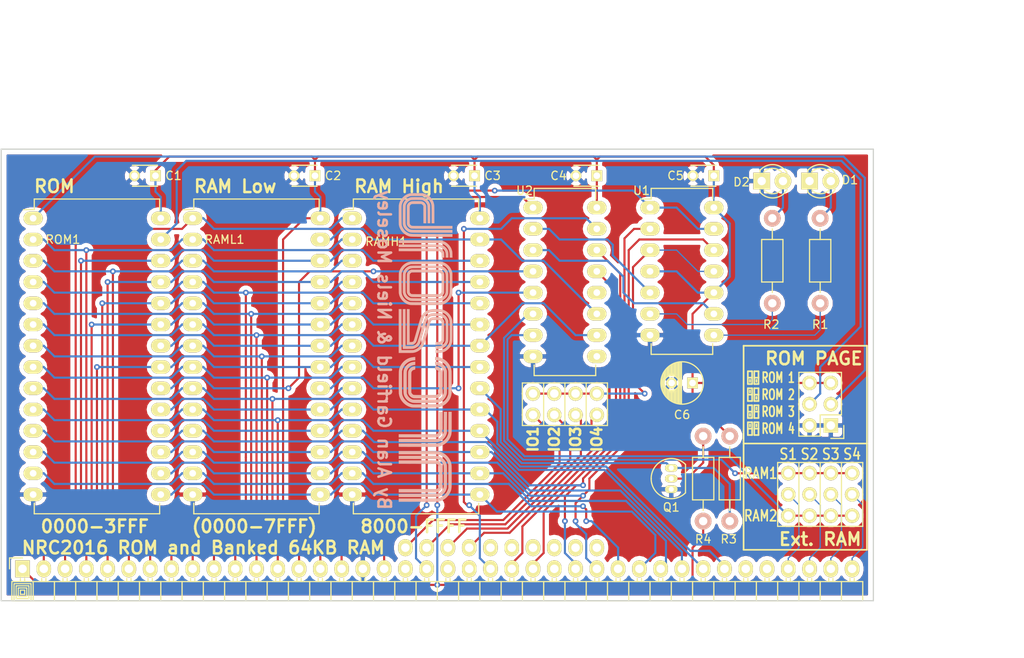
<source format=kicad_pcb>
(kicad_pcb (version 4) (host pcbnew 4.0.2-stable)
  (layers (0 Top signal) (31 Bottom signal) (36 B.SilkS user) (37 F.SilkS user) (38 B.Mask user) (39 F.Mask user) (44 Edge.Cuts user))
  (net 0 "")
  (net 1 GND)
  (net 2 "Net-(D1-Pad2)")
  (net 3 "Net-(D2-Pad2)")
  (net 4 "Net-(P1-Pad1)")
  (net 5 "Net-(P1-Pad2)")
  (net 6 "Net-(P1-Pad3)")
  (net 7 "Net-(P1-Pad4)")
  (net 8 "Net-(P2-Pad2)")
  (net 9 "Net-(P3-Pad3)")
  (net 10 "Net-(P3-Pad4)")
  (net 11 VCC)
  (net 12 /A15)
  (net 13 /A14)
  (net 14 /A13)
  (net 15 /A12)
  (net 16 /A11)
  (net 17 /A10)
  (net 18 /A9)
  (net 19 /A8)
  (net 20 /A7)
  (net 21 /A6)
  (net 22 /A5)
  (net 23 /A4)
  (net 24 /A3)
  (net 25 /A2)
  (net 26 /A1)
  (net 27 /A0)
  (net 28 /~RESET)
  (net 29 /~WR)
  (net 30 /~RD)
  (net 31 /D0)
  (net 32 /D1)
  (net 33 /D2)
  (net 34 /D3)
  (net 35 /D4)
  (net 36 /D5)
  (net 37 /D6)
  (net 38 /D7)
  (net 39 "Net-(P4-Pad37)")
  (net 40 "Net-(P4-Pad38)")
  (net 41 "Net-(P4-Pad39)")
  (net 42 "Net-(P4-Pad40)")
  (net 43 "Net-(Q1-Pad2)")
  (net 44 /~RAMH_CS)
  (net 45 "Net-(R1-Pad1)")
  (net 46 "Net-(R2-Pad1)")
  (net 47 /~READ)
  (net 48 /~WRITE)
  (net 49 /~RAML_CS)
  (net 50 /~EXT_RAM1)
  (net 51 /~EXT_RAM2)
  (net 52 "Net-(U1-Pad5)")
  (net 53 "Net-(U1-Pad9)")
  (net 54 /~MREQ)
  (net 55 /~ROM_CS)
  (module Housings_DIP:DIP-28_W15.24mm_LongPads (layer Top) (at 115.573195 82.55)
    (fp_text reference RAMH1 (at 4.060805 2.794) (layer F.SilkS))
    (fp_text value 62256)
    (pad 1 thru_hole oval (at 0 0) (size 2.3 1.6) (drill 0.8) (layers *.Cu *.Mask F.SilkS) (net 13 /A14))
    (pad 2 thru_hole oval (at 0 2.54) (size 2.3 1.6) (drill 0.8) (layers *.Cu *.Mask F.SilkS) (net 15 /A12))
    (pad 3 thru_hole oval (at 0 5.08) (size 2.3 1.6) (drill 0.8) (layers *.Cu *.Mask F.SilkS) (net 20 /A7))
    (pad 4 thru_hole oval (at 0 7.62) (size 2.3 1.6) (drill 0.8) (layers *.Cu *.Mask F.SilkS) (net 21 /A6))
    (pad 5 thru_hole oval (at 0 10.16) (size 2.3 1.6) (drill 0.8) (layers *.Cu *.Mask F.SilkS) (net 22 /A5))
    (pad 6 thru_hole oval (at 0 12.7) (size 2.3 1.6) (drill 0.8) (layers *.Cu *.Mask F.SilkS) (net 23 /A4))
    (pad 7 thru_hole oval (at 0 15.24) (size 2.3 1.6) (drill 0.8) (layers *.Cu *.Mask F.SilkS) (net 24 /A3))
    (pad 8 thru_hole oval (at 0 17.78) (size 2.3 1.6) (drill 0.8) (layers *.Cu *.Mask F.SilkS) (net 25 /A2))
    (pad 9 thru_hole oval (at 0 20.32) (size 2.3 1.6) (drill 0.8) (layers *.Cu *.Mask F.SilkS) (net 26 /A1))
    (pad 10 thru_hole oval (at 0 22.86) (size 2.3 1.6) (drill 0.8) (layers *.Cu *.Mask F.SilkS) (net 27 /A0))
    (pad 11 thru_hole oval (at 0 25.4) (size 2.3 1.6) (drill 0.8) (layers *.Cu *.Mask F.SilkS) (net 31 /D0))
    (pad 12 thru_hole oval (at 0 27.94) (size 2.3 1.6) (drill 0.8) (layers *.Cu *.Mask F.SilkS) (net 32 /D1))
    (pad 13 thru_hole oval (at 0 30.48) (size 2.3 1.6) (drill 0.8) (layers *.Cu *.Mask F.SilkS) (net 33 /D2))
    (pad 14 thru_hole oval (at 0 33.02) (size 2.3 1.6) (drill 0.8) (layers *.Cu *.Mask F.SilkS) (net 1 GND))
    (pad 15 thru_hole oval (at 15.24 33.02) (size 2.3 1.6) (drill 0.8) (layers *.Cu *.Mask F.SilkS) (net 34 /D3))
    (pad 16 thru_hole oval (at 15.24 30.48) (size 2.3 1.6) (drill 0.8) (layers *.Cu *.Mask F.SilkS) (net 35 /D4))
    (pad 17 thru_hole oval (at 15.24 27.94) (size 2.3 1.6) (drill 0.8) (layers *.Cu *.Mask F.SilkS) (net 36 /D5))
    (pad 18 thru_hole oval (at 15.24 25.4) (size 2.3 1.6) (drill 0.8) (layers *.Cu *.Mask F.SilkS) (net 37 /D6))
    (pad 19 thru_hole oval (at 15.24 22.86) (size 2.3 1.6) (drill 0.8) (layers *.Cu *.Mask F.SilkS) (net 38 /D7))
    (pad 20 thru_hole oval (at 15.24 20.32) (size 2.3 1.6) (drill 0.8) (layers *.Cu *.Mask F.SilkS) (net 44 /~RAMH_CS))
    (pad 21 thru_hole oval (at 15.24 17.78) (size 2.3 1.6) (drill 0.8) (layers *.Cu *.Mask F.SilkS) (net 17 /A10))
    (pad 22 thru_hole oval (at 15.24 15.24) (size 2.3 1.6) (drill 0.8) (layers *.Cu *.Mask F.SilkS) (net 47 /~READ))
    (pad 23 thru_hole oval (at 15.24 12.7) (size 2.3 1.6) (drill 0.8) (layers *.Cu *.Mask F.SilkS) (net 16 /A11))
    (pad 24 thru_hole oval (at 15.24 10.16) (size 2.3 1.6) (drill 0.8) (layers *.Cu *.Mask F.SilkS) (net 18 /A9))
    (pad 25 thru_hole oval (at 15.24 7.62) (size 2.3 1.6) (drill 0.8) (layers *.Cu *.Mask F.SilkS) (net 19 /A8))
    (pad 26 thru_hole oval (at 15.24 5.08) (size 2.3 1.6) (drill 0.8) (layers *.Cu *.Mask F.SilkS) (net 14 /A13))
    (pad 27 thru_hole oval (at 15.24 2.54) (size 2.3 1.6) (drill 0.8) (layers *.Cu *.Mask F.SilkS) (net 48 /~WRITE))
    (pad 28 thru_hole oval (at 15.24 0) (size 2.3 1.6) (drill 0.8) (layers *.Cu *.Mask F.SilkS) (net 11 VCC))
  )
  (module Housings_DIP:DIP-28_W15.24mm_LongPads (layer Top) (at 77.47 82.55)
    (fp_text reference ROM1 (at 3.556 2.54) (layer F.SilkS))
    (fp_text value 27C512)
    (pad 1 thru_hole oval (at 0 0) (size 2.3 1.6) (drill 0.8) (layers *.Cu *.Mask F.SilkS) (net 9 "Net-(P3-Pad3)"))
    (pad 2 thru_hole oval (at 0 2.54) (size 2.3 1.6) (drill 0.8) (layers *.Cu *.Mask F.SilkS) (net 15 /A12))
    (pad 3 thru_hole oval (at 0 5.08) (size 2.3 1.6) (drill 0.8) (layers *.Cu *.Mask F.SilkS) (net 20 /A7))
    (pad 4 thru_hole oval (at 0 7.62) (size 2.3 1.6) (drill 0.8) (layers *.Cu *.Mask F.SilkS) (net 21 /A6))
    (pad 5 thru_hole oval (at 0 10.16) (size 2.3 1.6) (drill 0.8) (layers *.Cu *.Mask F.SilkS) (net 22 /A5))
    (pad 6 thru_hole oval (at 0 12.7) (size 2.3 1.6) (drill 0.8) (layers *.Cu *.Mask F.SilkS) (net 23 /A4))
    (pad 7 thru_hole oval (at 0 15.24) (size 2.3 1.6) (drill 0.8) (layers *.Cu *.Mask F.SilkS) (net 24 /A3))
    (pad 8 thru_hole oval (at 0 17.78) (size 2.3 1.6) (drill 0.8) (layers *.Cu *.Mask F.SilkS) (net 25 /A2))
    (pad 9 thru_hole oval (at 0 20.32) (size 2.3 1.6) (drill 0.8) (layers *.Cu *.Mask F.SilkS) (net 26 /A1))
    (pad 10 thru_hole oval (at 0 22.86) (size 2.3 1.6) (drill 0.8) (layers *.Cu *.Mask F.SilkS) (net 27 /A0))
    (pad 11 thru_hole oval (at 0 25.4) (size 2.3 1.6) (drill 0.8) (layers *.Cu *.Mask F.SilkS) (net 31 /D0))
    (pad 12 thru_hole oval (at 0 27.94) (size 2.3 1.6) (drill 0.8) (layers *.Cu *.Mask F.SilkS) (net 32 /D1))
    (pad 13 thru_hole oval (at 0 30.48) (size 2.3 1.6) (drill 0.8) (layers *.Cu *.Mask F.SilkS) (net 33 /D2))
    (pad 14 thru_hole oval (at 0 33.02) (size 2.3 1.6) (drill 0.8) (layers *.Cu *.Mask F.SilkS) (net 1 GND))
    (pad 15 thru_hole oval (at 15.24 33.02) (size 2.3 1.6) (drill 0.8) (layers *.Cu *.Mask F.SilkS) (net 34 /D3))
    (pad 16 thru_hole oval (at 15.24 30.48) (size 2.3 1.6) (drill 0.8) (layers *.Cu *.Mask F.SilkS) (net 35 /D4))
    (pad 17 thru_hole oval (at 15.24 27.94) (size 2.3 1.6) (drill 0.8) (layers *.Cu *.Mask F.SilkS) (net 36 /D5))
    (pad 18 thru_hole oval (at 15.24 25.4) (size 2.3 1.6) (drill 0.8) (layers *.Cu *.Mask F.SilkS) (net 37 /D6))
    (pad 19 thru_hole oval (at 15.24 22.86) (size 2.3 1.6) (drill 0.8) (layers *.Cu *.Mask F.SilkS) (net 38 /D7))
    (pad 20 thru_hole oval (at 15.24 20.32) (size 2.3 1.6) (drill 0.8) (layers *.Cu *.Mask F.SilkS) (net 55 /~ROM_CS))
    (pad 21 thru_hole oval (at 15.24 17.78) (size 2.3 1.6) (drill 0.8) (layers *.Cu *.Mask F.SilkS) (net 17 /A10))
    (pad 22 thru_hole oval (at 15.24 15.24) (size 2.3 1.6) (drill 0.8) (layers *.Cu *.Mask F.SilkS) (net 47 /~READ))
    (pad 23 thru_hole oval (at 15.24 12.7) (size 2.3 1.6) (drill 0.8) (layers *.Cu *.Mask F.SilkS) (net 16 /A11))
    (pad 24 thru_hole oval (at 15.24 10.16) (size 2.3 1.6) (drill 0.8) (layers *.Cu *.Mask F.SilkS) (net 18 /A9))
    (pad 25 thru_hole oval (at 15.24 7.62) (size 2.3 1.6) (drill 0.8) (layers *.Cu *.Mask F.SilkS) (net 19 /A8))
    (pad 26 thru_hole oval (at 15.24 5.08) (size 2.3 1.6) (drill 0.8) (layers *.Cu *.Mask F.SilkS) (net 14 /A13))
    (pad 27 thru_hole oval (at 15.24 2.54) (size 2.3 1.6) (drill 0.8) (layers *.Cu *.Mask F.SilkS) (net 10 "Net-(P3-Pad4)"))
    (pad 28 thru_hole oval (at 15.24 0) (size 2.3 1.6) (drill 0.8) (layers *.Cu *.Mask F.SilkS) (net 11 VCC))
  )
  (module Housings_DIP:DIP-28_W15.24mm_LongPads (layer Top) (at 96.52 82.55)
    (fp_text reference RAML1 (at 3.81 2.54) (layer F.SilkS))
    (fp_text value 62256)
    (pad 1 thru_hole oval (at 0 0) (size 2.3 1.6) (drill 0.8) (layers *.Cu *.Mask F.SilkS) (net 13 /A14))
    (pad 2 thru_hole oval (at 0 2.54) (size 2.3 1.6) (drill 0.8) (layers *.Cu *.Mask F.SilkS) (net 15 /A12))
    (pad 3 thru_hole oval (at 0 5.08) (size 2.3 1.6) (drill 0.8) (layers *.Cu *.Mask F.SilkS) (net 20 /A7))
    (pad 4 thru_hole oval (at 0 7.62) (size 2.3 1.6) (drill 0.8) (layers *.Cu *.Mask F.SilkS) (net 21 /A6))
    (pad 5 thru_hole oval (at 0 10.16) (size 2.3 1.6) (drill 0.8) (layers *.Cu *.Mask F.SilkS) (net 22 /A5))
    (pad 6 thru_hole oval (at 0 12.7) (size 2.3 1.6) (drill 0.8) (layers *.Cu *.Mask F.SilkS) (net 23 /A4))
    (pad 7 thru_hole oval (at 0 15.24) (size 2.3 1.6) (drill 0.8) (layers *.Cu *.Mask F.SilkS) (net 24 /A3))
    (pad 8 thru_hole oval (at 0 17.78) (size 2.3 1.6) (drill 0.8) (layers *.Cu *.Mask F.SilkS) (net 25 /A2))
    (pad 9 thru_hole oval (at 0 20.32) (size 2.3 1.6) (drill 0.8) (layers *.Cu *.Mask F.SilkS) (net 26 /A1))
    (pad 10 thru_hole oval (at 0 22.86) (size 2.3 1.6) (drill 0.8) (layers *.Cu *.Mask F.SilkS) (net 27 /A0))
    (pad 11 thru_hole oval (at 0 25.4) (size 2.3 1.6) (drill 0.8) (layers *.Cu *.Mask F.SilkS) (net 31 /D0))
    (pad 12 thru_hole oval (at 0 27.94) (size 2.3 1.6) (drill 0.8) (layers *.Cu *.Mask F.SilkS) (net 32 /D1))
    (pad 13 thru_hole oval (at 0 30.48) (size 2.3 1.6) (drill 0.8) (layers *.Cu *.Mask F.SilkS) (net 33 /D2))
    (pad 14 thru_hole oval (at 0 33.02) (size 2.3 1.6) (drill 0.8) (layers *.Cu *.Mask F.SilkS) (net 1 GND))
    (pad 15 thru_hole oval (at 15.24 33.02) (size 2.3 1.6) (drill 0.8) (layers *.Cu *.Mask F.SilkS) (net 34 /D3))
    (pad 16 thru_hole oval (at 15.24 30.48) (size 2.3 1.6) (drill 0.8) (layers *.Cu *.Mask F.SilkS) (net 35 /D4))
    (pad 17 thru_hole oval (at 15.24 27.94) (size 2.3 1.6) (drill 0.8) (layers *.Cu *.Mask F.SilkS) (net 36 /D5))
    (pad 18 thru_hole oval (at 15.24 25.4) (size 2.3 1.6) (drill 0.8) (layers *.Cu *.Mask F.SilkS) (net 37 /D6))
    (pad 19 thru_hole oval (at 15.24 22.86) (size 2.3 1.6) (drill 0.8) (layers *.Cu *.Mask F.SilkS) (net 38 /D7))
    (pad 20 thru_hole oval (at 15.24 20.32) (size 2.3 1.6) (drill 0.8) (layers *.Cu *.Mask F.SilkS) (net 49 /~RAML_CS))
    (pad 21 thru_hole oval (at 15.24 17.78) (size 2.3 1.6) (drill 0.8) (layers *.Cu *.Mask F.SilkS) (net 17 /A10))
    (pad 22 thru_hole oval (at 15.24 15.24) (size 2.3 1.6) (drill 0.8) (layers *.Cu *.Mask F.SilkS) (net 47 /~READ))
    (pad 23 thru_hole oval (at 15.24 12.7) (size 2.3 1.6) (drill 0.8) (layers *.Cu *.Mask F.SilkS) (net 16 /A11))
    (pad 24 thru_hole oval (at 15.24 10.16) (size 2.3 1.6) (drill 0.8) (layers *.Cu *.Mask F.SilkS) (net 18 /A9))
    (pad 25 thru_hole oval (at 15.24 7.62) (size 2.3 1.6) (drill 0.8) (layers *.Cu *.Mask F.SilkS) (net 19 /A8))
    (pad 26 thru_hole oval (at 15.24 5.08) (size 2.3 1.6) (drill 0.8) (layers *.Cu *.Mask F.SilkS) (net 14 /A13))
    (pad 27 thru_hole oval (at 15.24 2.54) (size 2.3 1.6) (drill 0.8) (layers *.Cu *.Mask F.SilkS) (net 48 /~WRITE))
    (pad 28 thru_hole oval (at 15.24 0) (size 2.3 1.6) (drill 0.8) (layers *.Cu *.Mask F.SilkS) (net 11 VCC))
  )
  (module LEDs:LED-3MM (layer Top) (at 170.18 78.105)
    (fp_text reference D1 (at 4.826 -0.127) (layer F.SilkS))
    (fp_text value LED)
    (pad 1 thru_hole rect (at 0 0 90) (size 2 2) (drill 1.00076) (layers *.Cu *.Mask F.SilkS) (net 1 GND))
    (pad 2 thru_hole circle (at 2.54 0) (size 2 2) (drill 1.00076) (layers *.Cu *.Mask F.SilkS) (net 2 "Net-(D1-Pad2)"))
  )
  (module LEDs:LED-3MM (layer Top) (at 164.465 78.105)
    (fp_text reference D2 (at -2.413 0.127) (layer F.SilkS))
    (fp_text value LED)
    (pad 1 thru_hole rect (at 0 0 90) (size 2 2) (drill 1.00076) (layers *.Cu *.Mask F.SilkS) (net 1 GND))
    (pad 2 thru_hole circle (at 2.54 0) (size 2 2) (drill 1.00076) (layers *.Cu *.Mask F.SilkS) (net 3 "Net-(D2-Pad2)"))
  )
  (module Pin_Headers:Pin_Header_Straight_2x03 (layer Top) (at 172.72 107.315 180)
    (fp_text reference P3 hide)
    (fp_text value CONN_02X03)
    (pad 1 thru_hole rect (at 0 0 180) (size 1.7272 1.7272) (drill 1.016) (layers *.Cu *.Mask F.SilkS) (net 1 GND))
    (pad 2 thru_hole oval (at 2.54 0 180) (size 1.7272 1.7272) (drill 1.016) (layers *.Cu *.Mask F.SilkS) (net 1 GND))
    (pad 3 thru_hole oval (at 0 2.54 180) (size 1.7272 1.7272) (drill 1.016) (layers *.Cu *.Mask F.SilkS) (net 9 "Net-(P3-Pad3)"))
    (pad 4 thru_hole oval (at 2.54 2.54 180) (size 1.7272 1.7272) (drill 1.016) (layers *.Cu *.Mask F.SilkS) (net 10 "Net-(P3-Pad4)"))
    (pad 5 thru_hole oval (at 0 5.08 180) (size 1.7272 1.7272) (drill 1.016) (layers *.Cu *.Mask F.SilkS) (net 11 VCC))
    (pad 6 thru_hole oval (at 2.54 5.08 180) (size 1.7272 1.7272) (drill 1.016) (layers *.Cu *.Mask F.SilkS) (net 11 VCC))
  )
  (module TO_SOT_Packages_THT:TO-92_Inline_Narrow_Oval (layer Top) (at 153.67 114.935 90)
    (fp_text reference Q1 (at -2.159 0 180) (layer F.SilkS))
    (fp_text value Q_NPN_EBC)
    (pad 2 thru_hole oval (at 1.27 0 270) (size 0.89916 1.50114) (drill 0.6) (layers *.Cu *.Mask F.SilkS) (net 43 "Net-(Q1-Pad2)"))
    (pad 3 thru_hole oval (at 2.54 0 270) (size 0.89916 1.50114) (drill 0.6) (layers *.Cu *.Mask F.SilkS) (net 44 /~RAMH_CS))
    (pad 1 thru_hole oval (at 0 0 270) (size 0.89916 1.50114) (drill 0.6) (layers *.Cu *.Mask F.SilkS) (net 1 GND))
  )
  (module Resistors_ThroughHole:Resistor_Horizontal_RM10mm (layer Top) (at 171.45 92.71 90)
    (fp_text reference R1 (at -2.54 0 180) (layer F.SilkS))
    (fp_text value R)
    (pad 1 thru_hole circle (at 0 0 90) (size 1.99898 1.99898) (drill 1.00076) (layers *.Cu *.SilkS *.Mask) (net 45 "Net-(R1-Pad1)"))
    (pad 2 thru_hole circle (at 10.16 0 90) (size 1.99898 1.99898) (drill 1.00076) (layers *.Cu *.SilkS *.Mask) (net 2 "Net-(D1-Pad2)"))
  )
  (module Resistors_ThroughHole:Resistor_Horizontal_RM10mm (layer Top) (at 165.735 92.71 90)
    (fp_text reference R2 (at -2.54 -0.127 180) (layer F.SilkS))
    (fp_text value R)
    (pad 1 thru_hole circle (at 0 0 90) (size 1.99898 1.99898) (drill 1.00076) (layers *.Cu *.SilkS *.Mask) (net 46 "Net-(R2-Pad1)"))
    (pad 2 thru_hole circle (at 10.16 0 90) (size 1.99898 1.99898) (drill 1.00076) (layers *.Cu *.SilkS *.Mask) (net 3 "Net-(D2-Pad2)"))
  )
  (module Resistors_ThroughHole:Resistor_Horizontal_RM10mm (layer Top) (at 160.655 108.585 270)
    (fp_text reference R3 (at 12.319 0.127 360) (layer F.SilkS))
    (fp_text value R)
    (pad 1 thru_hole circle (at 0 0 270) (size 1.99898 1.99898) (drill 1.00076) (layers *.Cu *.SilkS *.Mask) (net 11 VCC))
    (pad 2 thru_hole circle (at 10.16 0 270) (size 1.99898 1.99898) (drill 1.00076) (layers *.Cu *.SilkS *.Mask) (net 44 /~RAMH_CS))
  )
  (module Resistors_ThroughHole:Resistor_Horizontal_RM10mm (layer Top) (at 157.48 118.745 90)
    (fp_text reference R4 (at -2.159 0 180) (layer F.SilkS))
    (fp_text value R)
    (pad 1 thru_hole circle (at 0 0 90) (size 1.99898 1.99898) (drill 1.00076) (layers *.Cu *.SilkS *.Mask) (net 12 /A15))
    (pad 2 thru_hole circle (at 10.16 0 90) (size 1.99898 1.99898) (drill 1.00076) (layers *.Cu *.SilkS *.Mask) (net 43 "Net-(Q1-Pad2)"))
  )
  (module Housings_DIP:DIP-14_W7.62mm_LongPads (layer Top) (at 151.13 81.28)
    (fp_text reference U1 (at -1.016 -2.032) (layer F.SilkS))
    (fp_text value 74LS74)
    (pad 1 thru_hole oval (at 0 0) (size 2.3 1.6) (drill 0.8) (layers *.Cu *.Mask F.SilkS) (net 28 /~RESET))
    (pad 2 thru_hole oval (at 0 2.54) (size 2.3 1.6) (drill 0.8) (layers *.Cu *.Mask F.SilkS) (net 31 /D0))
    (pad 3 thru_hole oval (at 0 5.08) (size 2.3 1.6) (drill 0.8) (layers *.Cu *.Mask F.SilkS) (net 8 "Net-(P2-Pad2)"))
    (pad 4 thru_hole oval (at 0 7.62) (size 2.3 1.6) (drill 0.8) (layers *.Cu *.Mask F.SilkS) (net 11 VCC))
    (pad 5 thru_hole oval (at 0 10.16) (size 2.3 1.6) (drill 0.8) (layers *.Cu *.Mask F.SilkS) (net 52 "Net-(U1-Pad5)"))
    (pad 6 thru_hole oval (at 0 12.7) (size 2.3 1.6) (drill 0.8) (layers *.Cu *.Mask F.SilkS) (net 46 "Net-(R2-Pad1)"))
    (pad 7 thru_hole oval (at 0 15.24) (size 2.3 1.6) (drill 0.8) (layers *.Cu *.Mask F.SilkS) (net 1 GND))
    (pad 8 thru_hole oval (at 7.62 15.24) (size 2.3 1.6) (drill 0.8) (layers *.Cu *.Mask F.SilkS) (net 45 "Net-(R1-Pad1)"))
    (pad 9 thru_hole oval (at 7.62 12.7) (size 2.3 1.6) (drill 0.8) (layers *.Cu *.Mask F.SilkS) (net 53 "Net-(U1-Pad9)"))
    (pad 10 thru_hole oval (at 7.62 10.16) (size 2.3 1.6) (drill 0.8) (layers *.Cu *.Mask F.SilkS) (net 11 VCC))
    (pad 11 thru_hole oval (at 7.62 7.62) (size 2.3 1.6) (drill 0.8) (layers *.Cu *.Mask F.SilkS) (net 8 "Net-(P2-Pad2)"))
    (pad 12 thru_hole oval (at 7.62 5.08) (size 2.3 1.6) (drill 0.8) (layers *.Cu *.Mask F.SilkS) (net 32 /D1))
    (pad 13 thru_hole oval (at 7.62 2.54) (size 2.3 1.6) (drill 0.8) (layers *.Cu *.Mask F.SilkS) (net 28 /~RESET))
    (pad 14 thru_hole oval (at 7.62 0) (size 2.3 1.6) (drill 0.8) (layers *.Cu *.Mask F.SilkS) (net 11 VCC))
  )
  (module Housings_DIP:DIP-16_W7.62mm_LongPads (layer Top) (at 137.16 81.28)
    (fp_text reference U2 (at -1.016 -2.032) (layer F.SilkS))
    (fp_text value 74LS139)
    (pad 1 thru_hole oval (at 0 0) (size 2.3 1.6) (drill 0.8) (layers *.Cu *.Mask F.SilkS) (net 12 /A15))
    (pad 2 thru_hole oval (at 0 2.54) (size 2.3 1.6) (drill 0.8) (layers *.Cu *.Mask F.SilkS) (net 52 "Net-(U1-Pad5)"))
    (pad 3 thru_hole oval (at 0 5.08) (size 2.3 1.6) (drill 0.8) (layers *.Cu *.Mask F.SilkS) (net 53 "Net-(U1-Pad9)"))
    (pad 4 thru_hole oval (at 0 7.62) (size 2.3 1.6) (drill 0.8) (layers *.Cu *.Mask F.SilkS) (net 55 /~ROM_CS))
    (pad 5 thru_hole oval (at 0 10.16) (size 2.3 1.6) (drill 0.8) (layers *.Cu *.Mask F.SilkS) (net 49 /~RAML_CS))
    (pad 6 thru_hole oval (at 0 12.7) (size 2.3 1.6) (drill 0.8) (layers *.Cu *.Mask F.SilkS) (net 50 /~EXT_RAM1))
    (pad 7 thru_hole oval (at 0 15.24) (size 2.3 1.6) (drill 0.8) (layers *.Cu *.Mask F.SilkS) (net 51 /~EXT_RAM2))
    (pad 8 thru_hole oval (at 0 17.78) (size 2.3 1.6) (drill 0.8) (layers *.Cu *.Mask F.SilkS) (net 1 GND))
    (pad 9 thru_hole oval (at 7.62 17.78) (size 2.3 1.6) (drill 0.8) (layers *.Cu *.Mask F.SilkS))
    (pad 10 thru_hole oval (at 7.62 15.24) (size 2.3 1.6) (drill 0.8) (layers *.Cu *.Mask F.SilkS) (net 47 /~READ))
    (pad 11 thru_hole oval (at 7.62 12.7) (size 2.3 1.6) (drill 0.8) (layers *.Cu *.Mask F.SilkS) (net 48 /~WRITE))
    (pad 12 thru_hole oval (at 7.62 10.16) (size 2.3 1.6) (drill 0.8) (layers *.Cu *.Mask F.SilkS))
    (pad 13 thru_hole oval (at 7.62 7.62) (size 2.3 1.6) (drill 0.8) (layers *.Cu *.Mask F.SilkS) (net 29 /~WR))
    (pad 14 thru_hole oval (at 7.62 5.08) (size 2.3 1.6) (drill 0.8) (layers *.Cu *.Mask F.SilkS) (net 30 /~RD))
    (pad 15 thru_hole oval (at 7.62 2.54) (size 2.3 1.6) (drill 0.8) (layers *.Cu *.Mask F.SilkS) (net 54 /~MREQ))
    (pad 16 thru_hole oval (at 7.62 0) (size 2.3 1.6) (drill 0.8) (layers *.Cu *.Mask F.SilkS) (net 11 VCC))
  )
  (module nrc2016:Pin_Header_Angled_1x10_nrc2016 (layer Top) (at 121.92 125.73 90)
    (fp_text reference P1 hide)
    (fp_text value IO_BUS_PINS)
    (pad 1 thru_hole oval (at 3.81 0 270) (size 2.032 1.7272) (drill 1.016) (layers *.Cu *.Mask F.SilkS) (net 4 "Net-(P1-Pad1)"))
    (pad 2 thru_hole oval (at 3.81 2.54 270) (size 2.032 1.7272) (drill 1.016) (layers *.Cu *.Mask F.SilkS) (net 5 "Net-(P1-Pad2)"))
    (pad 3 thru_hole oval (at 3.81 5.08 270) (size 2.032 1.7272) (drill 1.016) (layers *.Cu *.Mask F.SilkS) (net 6 "Net-(P1-Pad3)"))
    (pad 4 thru_hole oval (at 3.81 7.62 270) (size 2.032 1.7272) (drill 1.016) (layers *.Cu *.Mask F.SilkS) (net 7 "Net-(P1-Pad4)"))
    (pad 5 thru_hole oval (at 3.81 10.16 270) (size 2.032 1.7272) (drill 1.016) (layers *.Cu *.Mask F.SilkS))
    (pad 6 thru_hole oval (at 3.81 12.7 270) (size 2.032 1.7272) (drill 1.016) (layers *.Cu *.Mask F.SilkS))
    (pad 7 thru_hole oval (at 3.81 15.24 270) (size 2.032 1.7272) (drill 1.016) (layers *.Cu *.Mask F.SilkS))
    (pad 8 thru_hole oval (at 3.81 17.78 270) (size 2.032 1.7272) (drill 1.016) (layers *.Cu *.Mask F.SilkS))
    (pad 9 thru_hole oval (at 3.81 20.32 270) (size 2.032 1.7272) (drill 1.016) (layers *.Cu *.Mask F.SilkS))
    (pad 10 thru_hole oval (at 3.81 22.86 270) (size 2.032 1.7272) (drill 1.016) (layers *.Cu *.Mask F.SilkS))
  )
  (module nrc2016:Pin_Header_Angled_1x40_nrc2016 (layer Top) (at 76.203195 133.334957 90)
    (fp_text reference P4 hide)
    (fp_text value Z80_BUS_PINS)
    (pad 1 thru_hole rect (at 8.89 0 270) (size 2.032 1.7272) (drill 1.016) (layers *.Cu *.Mask F.SilkS) (net 12 /A15))
    (pad 2 thru_hole oval (at 8.89 2.54 270) (size 2.032 1.7272) (drill 1.016) (layers *.Cu *.Mask F.SilkS) (net 13 /A14))
    (pad 3 thru_hole oval (at 8.89 5.08 270) (size 2.032 1.7272) (drill 1.016) (layers *.Cu *.Mask F.SilkS) (net 14 /A13))
    (pad 4 thru_hole oval (at 8.89 7.62 270) (size 2.032 1.7272) (drill 1.016) (layers *.Cu *.Mask F.SilkS) (net 15 /A12))
    (pad 5 thru_hole oval (at 8.89 10.16 270) (size 2.032 1.7272) (drill 1.016) (layers *.Cu *.Mask F.SilkS) (net 16 /A11))
    (pad 6 thru_hole oval (at 8.89 12.7 270) (size 2.032 1.7272) (drill 1.016) (layers *.Cu *.Mask F.SilkS) (net 17 /A10))
    (pad 7 thru_hole oval (at 8.89 15.24 270) (size 2.032 1.7272) (drill 1.016) (layers *.Cu *.Mask F.SilkS) (net 18 /A9))
    (pad 8 thru_hole oval (at 8.89 17.78 270) (size 2.032 1.7272) (drill 1.016) (layers *.Cu *.Mask F.SilkS) (net 19 /A8))
    (pad 9 thru_hole oval (at 8.89 20.32 270) (size 2.032 1.7272) (drill 1.016) (layers *.Cu *.Mask F.SilkS) (net 20 /A7))
    (pad 10 thru_hole oval (at 8.89 22.86 270) (size 2.032 1.7272) (drill 1.016) (layers *.Cu *.Mask F.SilkS) (net 21 /A6))
    (pad 11 thru_hole oval (at 8.89 25.4 270) (size 2.032 1.7272) (drill 1.016) (layers *.Cu *.Mask F.SilkS) (net 22 /A5))
    (pad 12 thru_hole oval (at 8.89 27.94 270) (size 2.032 1.7272) (drill 1.016) (layers *.Cu *.Mask F.SilkS) (net 23 /A4))
    (pad 13 thru_hole oval (at 8.89 30.48 270) (size 2.032 1.7272) (drill 1.016) (layers *.Cu *.Mask F.SilkS) (net 24 /A3))
    (pad 14 thru_hole oval (at 8.89 33.02 270) (size 2.032 1.7272) (drill 1.016) (layers *.Cu *.Mask F.SilkS) (net 25 /A2))
    (pad 15 thru_hole oval (at 8.89 35.56 270) (size 2.032 1.7272) (drill 1.016) (layers *.Cu *.Mask F.SilkS) (net 26 /A1))
    (pad 16 thru_hole oval (at 8.89 38.1 270) (size 2.032 1.7272) (drill 1.016) (layers *.Cu *.Mask F.SilkS) (net 27 /A0))
    (pad 17 thru_hole oval (at 8.89 40.64 270) (size 2.032 1.7272) (drill 1.016) (layers *.Cu *.Mask F.SilkS) (net 1 GND))
    (pad 18 thru_hole oval (at 8.89 43.18 270) (size 2.032 1.7272) (drill 1.016) (layers *.Cu *.Mask F.SilkS) (net 11 VCC))
    (pad 19 thru_hole oval (at 8.89 45.72 270) (size 2.032 1.7272) (drill 1.016) (layers *.Cu *.Mask F.SilkS))
    (pad 20 thru_hole oval (at 8.89 48.26 270) (size 2.032 1.7272) (drill 1.016) (layers *.Cu *.Mask F.SilkS) (net 28 /~RESET))
    (pad 21 thru_hole oval (at 8.89 50.8 270) (size 2.032 1.7272) (drill 1.016) (layers *.Cu *.Mask F.SilkS))
    (pad 22 thru_hole oval (at 8.89 53.34 270) (size 2.032 1.7272) (drill 1.016) (layers *.Cu *.Mask F.SilkS))
    (pad 23 thru_hole oval (at 8.89 55.88 270) (size 2.032 1.7272) (drill 1.016) (layers *.Cu *.Mask F.SilkS) (net 54 /~MREQ))
    (pad 24 thru_hole oval (at 8.89 58.42 270) (size 2.032 1.7272) (drill 1.016) (layers *.Cu *.Mask F.SilkS) (net 29 /~WR))
    (pad 25 thru_hole oval (at 8.89 60.96 270) (size 2.032 1.7272) (drill 1.016) (layers *.Cu *.Mask F.SilkS) (net 30 /~RD))
    (pad 26 thru_hole oval (at 8.89 63.5 270) (size 2.032 1.7272) (drill 1.016) (layers *.Cu *.Mask F.SilkS))
    (pad 27 thru_hole oval (at 8.89 66.04 270) (size 2.032 1.7272) (drill 1.016) (layers *.Cu *.Mask F.SilkS) (net 31 /D0))
    (pad 28 thru_hole oval (at 8.89 68.58 270) (size 2.032 1.7272) (drill 1.016) (layers *.Cu *.Mask F.SilkS) (net 32 /D1))
    (pad 29 thru_hole oval (at 8.89 71.12 270) (size 2.032 1.7272) (drill 1.016) (layers *.Cu *.Mask F.SilkS) (net 33 /D2))
    (pad 30 thru_hole oval (at 8.89 73.66 270) (size 2.032 1.7272) (drill 1.016) (layers *.Cu *.Mask F.SilkS) (net 34 /D3))
    (pad 31 thru_hole oval (at 8.89 76.2 270) (size 2.032 1.7272) (drill 1.016) (layers *.Cu *.Mask F.SilkS) (net 35 /D4))
    (pad 32 thru_hole oval (at 8.89 78.74 270) (size 2.032 1.7272) (drill 1.016) (layers *.Cu *.Mask F.SilkS) (net 36 /D5))
    (pad 33 thru_hole oval (at 8.89 81.28 270) (size 2.032 1.7272) (drill 1.016) (layers *.Cu *.Mask F.SilkS) (net 37 /D6))
    (pad 34 thru_hole oval (at 8.89 83.82 270) (size 2.032 1.7272) (drill 1.016) (layers *.Cu *.Mask F.SilkS) (net 38 /D7))
    (pad 35 thru_hole oval (at 8.89 86.36 270) (size 2.032 1.7272) (drill 1.016) (layers *.Cu *.Mask F.SilkS))
    (pad 36 thru_hole oval (at 8.89 88.9 270) (size 2.032 1.7272) (drill 1.016) (layers *.Cu *.Mask F.SilkS))
    (pad 37 thru_hole oval (at 8.89 91.44 270) (size 2.032 1.7272) (drill 1.016) (layers *.Cu *.Mask F.SilkS) (net 39 "Net-(P4-Pad37)"))
    (pad 38 thru_hole oval (at 8.89 93.98 270) (size 2.032 1.7272) (drill 1.016) (layers *.Cu *.Mask F.SilkS) (net 40 "Net-(P4-Pad38)"))
    (pad 39 thru_hole oval (at 8.89 96.52 270) (size 2.032 1.7272) (drill 1.016) (layers *.Cu *.Mask F.SilkS) (net 41 "Net-(P4-Pad39)"))
    (pad 40 thru_hole oval (at 8.89 99.06 270) (size 2.032 1.7272) (drill 1.016) (layers *.Cu *.Mask F.SilkS) (net 42 "Net-(P4-Pad40)"))
  )
  (module nrc2016:ramsel_pins (layer Top) (at 175.263195 113.014957 270)
    (fp_text reference RAMSEL1 hide)
    (fp_text value CONN_04x03)
    (pad 1 thru_hole oval (at 0 0 270) (size 1.7272 1.7272) (drill 1.016) (layers *.Cu *.Mask F.SilkS) (net 50 /~EXT_RAM1))
    (pad 5 thru_hole oval (at 2.54 0 270) (size 1.7272 1.7272) (drill 1.016) (layers *.Cu *.Mask F.SilkS) (net 42 "Net-(P4-Pad40)"))
    (pad 2 thru_hole oval (at 0 2.54 270) (size 1.7272 1.7272) (drill 1.016) (layers *.Cu *.Mask F.SilkS) (net 50 /~EXT_RAM1))
    (pad 6 thru_hole oval (at 2.54 2.54 270) (size 1.7272 1.7272) (drill 1.016) (layers *.Cu *.Mask F.SilkS) (net 41 "Net-(P4-Pad39)"))
    (pad 3 thru_hole oval (at 0 5.08 270) (size 1.7272 1.7272) (drill 1.016) (layers *.Cu *.Mask F.SilkS) (net 50 /~EXT_RAM1))
    (pad 7 thru_hole oval (at 2.54 5.08 270) (size 1.7272 1.7272) (drill 1.016) (layers *.Cu *.Mask F.SilkS) (net 40 "Net-(P4-Pad38)"))
    (pad 4 thru_hole oval (at 0 7.62 270) (size 1.7272 1.7272) (drill 1.016) (layers *.Cu *.Mask F.SilkS) (net 50 /~EXT_RAM1))
    (pad 8 thru_hole oval (at 2.54 7.62 270) (size 1.7272 1.7272) (drill 1.016) (layers *.Cu *.Mask F.SilkS) (net 39 "Net-(P4-Pad37)"))
    (pad 10 thru_hole circle (at 5.08 2.54 270) (size 1.7272 1.7272) (drill 1.016) (layers *.Cu *.Mask F.SilkS) (net 51 /~EXT_RAM2))
    (pad 11 thru_hole circle (at 5.08 5.08 270) (size 1.7272 1.7272) (drill 1.016) (layers *.Cu *.Mask F.SilkS) (net 51 /~EXT_RAM2))
    (pad 12 thru_hole circle (at 5.08 7.62 270) (size 1.7272 1.7272) (drill 1.016) (layers *.Cu *.Mask F.SilkS) (net 51 /~EXT_RAM2))
    (pad 9 thru_hole circle (at 5.08 0 270) (size 1.7272 1.7272) (drill 1.016) (layers *.Cu *.Mask F.SilkS) (net 51 /~EXT_RAM2))
  )
  (module Capacitors_ThroughHole:C_Disc_D3_P2.5 (layer Top) (at 92.075 77.47 180)
    (fp_text reference C1 (at -2.159 0 180) (layer F.SilkS))
    (fp_text value C)
    (pad 1 thru_hole rect (at 0 0 180) (size 1.3 1.3) (drill 0.8) (layers *.Cu *.Mask F.SilkS) (net 11 VCC))
    (pad 2 thru_hole circle (at 2.5 0 180) (size 1.3 1.3) (drill 0.8001) (layers *.Cu *.Mask F.SilkS) (net 1 GND))
  )
  (module Capacitors_ThroughHole:C_Disc_D3_P2.5 (layer Top) (at 111.125 77.47 180)
    (fp_text reference C2 (at -2.159 0 180) (layer F.SilkS))
    (fp_text value C)
    (pad 1 thru_hole rect (at 0 0 180) (size 1.3 1.3) (drill 0.8) (layers *.Cu *.Mask F.SilkS) (net 11 VCC))
    (pad 2 thru_hole circle (at 2.5 0 180) (size 1.3 1.3) (drill 0.8001) (layers *.Cu *.Mask F.SilkS) (net 1 GND))
  )
  (module Capacitors_ThroughHole:C_Disc_D3_P2.5 (layer Top) (at 130.175 77.47 180)
    (fp_text reference C3 (at -2.159 0 180) (layer F.SilkS))
    (fp_text value C)
    (pad 1 thru_hole rect (at 0 0 180) (size 1.3 1.3) (drill 0.8) (layers *.Cu *.Mask F.SilkS) (net 11 VCC))
    (pad 2 thru_hole circle (at 2.5 0 180) (size 1.3 1.3) (drill 0.8001) (layers *.Cu *.Mask F.SilkS) (net 1 GND))
  )
  (module Capacitors_ThroughHole:C_Disc_D3_P2.5 (layer Top) (at 144.78 77.47 180)
    (fp_text reference C4 (at 4.572 0 180) (layer F.SilkS))
    (fp_text value C)
    (pad 1 thru_hole rect (at 0 0 180) (size 1.3 1.3) (drill 0.8) (layers *.Cu *.Mask F.SilkS) (net 11 VCC))
    (pad 2 thru_hole circle (at 2.5 0 180) (size 1.3 1.3) (drill 0.8001) (layers *.Cu *.Mask F.SilkS) (net 1 GND))
  )
  (module Capacitors_ThroughHole:C_Disc_D3_P2.5 (layer Top) (at 158.75 77.47 180)
    (fp_text reference C5 (at 4.572 0 180) (layer F.SilkS))
    (fp_text value C)
    (pad 1 thru_hole rect (at 0 0 180) (size 1.3 1.3) (drill 0.8) (layers *.Cu *.Mask F.SilkS) (net 11 VCC))
    (pad 2 thru_hole circle (at 2.5 0 180) (size 1.3 1.3) (drill 0.8001) (layers *.Cu *.Mask F.SilkS) (net 1 GND))
  )
  (module Capacitors_ThroughHole:C_Radial_D5_L11_P2.5 (layer Top) (at 156.21 102.235 180)
    (fp_text reference C6 (at 1.25 -3.8 180) (layer F.SilkS))
    (fp_text value CP)
    (pad 1 thru_hole rect (at 0 0 180) (size 1.3 1.3) (drill 0.8) (layers *.Cu *.Mask F.SilkS) (net 11 VCC))
    (pad 2 thru_hole circle (at 2.5 0 180) (size 1.3 1.3) (drill 0.8) (layers *.Cu *.Mask F.SilkS) (net 1 GND))
  )
  (module nrc2016_logo:nrc2016_top_logo_1600 (layer Bottom) (at 124.206 98.044 90)
    (fp_text reference LOGO1 hide)
    (fp_text value BackLogo hide)
  )
  (module nrc2016:Pin_Header_Straight_2x04_nrc2016 (layer Top) (at 137.16 106.045 90)
    (fp_text reference P2 hide)
    (fp_text value CONN_02X04)
    (pad 1 thru_hole oval (at 0 0 90) (size 1.7272 1.7272) (drill 1.016) (layers *.Cu *.Mask F.SilkS) (net 4 "Net-(P1-Pad1)"))
    (pad 2 thru_hole oval (at 2.54 0 90) (size 1.7272 1.7272) (drill 1.016) (layers *.Cu *.Mask F.SilkS) (net 8 "Net-(P2-Pad2)"))
    (pad 3 thru_hole oval (at 0 2.54 90) (size 1.7272 1.7272) (drill 1.016) (layers *.Cu *.Mask F.SilkS) (net 5 "Net-(P1-Pad2)"))
    (pad 4 thru_hole oval (at 2.54 2.54 90) (size 1.7272 1.7272) (drill 1.016) (layers *.Cu *.Mask F.SilkS) (net 8 "Net-(P2-Pad2)"))
    (pad 5 thru_hole oval (at 0 5.08 90) (size 1.7272 1.7272) (drill 1.016) (layers *.Cu *.Mask F.SilkS) (net 6 "Net-(P1-Pad3)"))
    (pad 6 thru_hole oval (at 2.54 5.08 90) (size 1.7272 1.7272) (drill 1.016) (layers *.Cu *.Mask F.SilkS) (net 8 "Net-(P2-Pad2)"))
    (pad 7 thru_hole oval (at 0 7.62 90) (size 1.7272 1.7272) (drill 1.016) (layers *.Cu *.Mask F.SilkS) (net 7 "Net-(P1-Pad4)"))
    (pad 8 thru_hole oval (at 2.54 7.62 90) (size 1.7272 1.7272) (drill 1.016) (layers *.Cu *.Mask F.SilkS) (net 8 "Net-(P2-Pad2)"))
  )
  (gr_text "NRC2016 ROM and Banked 64KB RAM" (at 97.79 121.92) (layer F.SilkS) (effects (font (size 1.5 1.5) (thickness 0.3))))
  (gr_line (start 177.038 97.79) (end 162.306 97.79) (layer F.SilkS) (width 0.2))
  (gr_line (start 177.038 109.474) (end 177.038 97.79) (layer F.SilkS) (width 0.2))
  (gr_text "ROM PAGE" (at 170.688 99.314) (layer F.SilkS) (effects (font (size 1.5 1.5) (thickness 0.3))))
  (gr_line (start 162.306 109.474) (end 162.306 97.79) (layer F.SilkS) (width 0.2))
  (gr_text "ROM 4" (at 164.338 107.696) (layer F.SilkS) (effects (font (size 1.2 0.8) (thickness 0.2)) (justify left)))
  (gr_text "ROM 3" (at 164.338 105.664) (layer F.SilkS) (effects (font (size 1.2 0.8) (thickness 0.2)) (justify left)))
  (gr_text "ROM 2" (at 164.338 103.632) (layer F.SilkS) (effects (font (size 1.2 0.8) (thickness 0.2)) (justify left)))
  (gr_text "ROM 1" (at 164.338 101.6) (layer F.SilkS) (effects (font (size 1.2 0.8) (thickness 0.2)) (justify left)))
  (gr_line (start 162.814 108.458) (end 163.322 108.458) (layer F.SilkS) (width 0.2))
  (gr_line (start 162.814 107.696) (end 162.814 108.458) (layer F.SilkS) (width 0.2))
  (gr_line (start 163.322 108.458) (end 163.322 107.696) (layer F.SilkS) (width 0.2))
  (gr_line (start 163.576 108.458) (end 164.084 108.458) (layer F.SilkS) (width 0.2))
  (gr_line (start 164.084 108.458) (end 164.084 107.696) (layer F.SilkS) (width 0.2))
  (gr_line (start 163.83 107.188) (end 163.83 107.442) (layer F.SilkS) (width 0.2))
  (gr_line (start 163.576 107.696) (end 163.576 108.458) (layer F.SilkS) (width 0.2))
  (gr_line (start 162.814 106.934) (end 162.814 107.696) (layer F.SilkS) (width 0.2))
  (gr_line (start 162.814 107.696) (end 163.322 107.696) (layer F.SilkS) (width 0.2))
  (gr_line (start 163.068 107.188) (end 163.068 107.442) (layer F.SilkS) (width 0.2))
  (gr_line (start 163.322 106.934) (end 162.814 106.934) (layer F.SilkS) (width 0.2))
  (gr_line (start 163.322 107.696) (end 163.322 106.934) (layer F.SilkS) (width 0.2))
  (gr_line (start 163.576 107.696) (end 164.084 107.696) (layer F.SilkS) (width 0.2))
  (gr_line (start 163.576 106.934) (end 163.576 107.696) (layer F.SilkS) (width 0.2))
  (gr_line (start 164.084 106.934) (end 163.576 106.934) (layer F.SilkS) (width 0.2))
  (gr_line (start 164.084 107.696) (end 164.084 106.934) (layer F.SilkS) (width 0.2))
  (gr_line (start 163.576 105.664) (end 164.084 105.664) (layer F.SilkS) (width 0.2))
  (gr_line (start 164.084 106.426) (end 164.084 105.664) (layer F.SilkS) (width 0.2))
  (gr_line (start 163.576 105.664) (end 163.576 106.426) (layer F.SilkS) (width 0.2))
  (gr_line (start 163.576 106.426) (end 164.084 106.426) (layer F.SilkS) (width 0.2))
  (gr_line (start 163.83 105.156) (end 163.83 105.41) (layer F.SilkS) (width 0.2))
  (gr_line (start 163.322 104.902) (end 162.814 104.902) (layer F.SilkS) (width 0.2))
  (gr_line (start 163.322 105.664) (end 163.322 104.902) (layer F.SilkS) (width 0.2))
  (gr_line (start 163.576 104.902) (end 163.576 105.664) (layer F.SilkS) (width 0.2))
  (gr_line (start 162.814 104.902) (end 162.814 105.664) (layer F.SilkS) (width 0.2))
  (gr_line (start 164.084 105.664) (end 164.084 104.902) (layer F.SilkS) (width 0.2))
  (gr_line (start 164.084 104.902) (end 163.576 104.902) (layer F.SilkS) (width 0.2))
  (gr_line (start 162.814 105.664) (end 163.322 105.664) (layer F.SilkS) (width 0.2))
  (gr_line (start 163.322 106.426) (end 163.322 105.664) (layer F.SilkS) (width 0.2))
  (gr_line (start 163.068 105.918) (end 163.068 106.172) (layer F.SilkS) (width 0.2))
  (gr_line (start 162.814 105.664) (end 162.814 106.426) (layer F.SilkS) (width 0.2))
  (gr_line (start 162.814 106.426) (end 163.322 106.426) (layer F.SilkS) (width 0.2))
  (gr_line (start 164.084 103.632) (end 164.084 102.87) (layer F.SilkS) (width 0.2))
  (gr_line (start 163.576 103.632) (end 164.084 103.632) (layer F.SilkS) (width 0.2))
  (gr_line (start 164.084 102.87) (end 163.576 102.87) (layer F.SilkS) (width 0.2))
  (gr_line (start 163.576 102.87) (end 163.576 103.632) (layer F.SilkS) (width 0.2))
  (gr_line (start 163.576 103.632) (end 163.576 104.394) (layer F.SilkS) (width 0.2))
  (gr_line (start 164.084 104.394) (end 164.084 103.632) (layer F.SilkS) (width 0.2))
  (gr_line (start 163.83 103.886) (end 163.83 104.14) (layer F.SilkS) (width 0.2))
  (gr_line (start 163.576 104.394) (end 164.084 104.394) (layer F.SilkS) (width 0.2))
  (gr_line (start 163.322 104.394) (end 163.322 103.632) (layer F.SilkS) (width 0.2))
  (gr_line (start 163.068 103.124) (end 163.068 103.378) (layer F.SilkS) (width 0.2))
  (gr_line (start 162.814 103.632) (end 162.814 104.394) (layer F.SilkS) (width 0.2))
  (gr_line (start 162.814 104.394) (end 163.322 104.394) (layer F.SilkS) (width 0.2))
  (gr_line (start 162.814 103.632) (end 163.322 103.632) (layer F.SilkS) (width 0.2))
  (gr_line (start 163.322 102.87) (end 162.814 102.87) (layer F.SilkS) (width 0.2))
  (gr_line (start 162.814 102.87) (end 162.814 103.632) (layer F.SilkS) (width 0.2))
  (gr_line (start 163.322 103.632) (end 163.322 102.87) (layer F.SilkS) (width 0.2))
  (gr_line (start 163.83 101.854) (end 163.83 102.108) (layer F.SilkS) (width 0.2))
  (gr_line (start 164.084 102.362) (end 164.084 101.6) (layer F.SilkS) (width 0.2))
  (gr_line (start 163.576 102.362) (end 164.084 102.362) (layer F.SilkS) (width 0.2))
  (gr_line (start 163.576 101.6) (end 163.576 102.362) (layer F.SilkS) (width 0.2))
  (gr_line (start 164.084 101.6) (end 164.084 100.838) (layer F.SilkS) (width 0.2))
  (gr_line (start 163.576 101.6) (end 164.084 101.6) (layer F.SilkS) (width 0.2))
  (gr_line (start 164.084 100.838) (end 163.576 100.838) (layer F.SilkS) (width 0.2))
  (gr_line (start 163.576 100.838) (end 163.576 101.6) (layer F.SilkS) (width 0.2))
  (gr_line (start 163.068 101.854) (end 163.068 102.108) (layer F.SilkS) (width 0.2))
  (gr_line (start 163.322 102.362) (end 163.322 101.6) (layer F.SilkS) (width 0.2))
  (gr_line (start 162.814 102.362) (end 163.322 102.362) (layer F.SilkS) (width 0.2))
  (gr_line (start 162.814 101.6) (end 162.814 102.362) (layer F.SilkS) (width 0.2))
  (gr_line (start 163.322 100.838) (end 162.814 100.838) (layer F.SilkS) (width 0.2))
  (gr_line (start 163.322 101.6) (end 163.322 100.838) (layer F.SilkS) (width 0.2))
  (gr_line (start 162.814 101.6) (end 163.322 101.6) (layer F.SilkS) (width 0.2))
  (gr_line (start 162.814 100.838) (end 162.814 101.6) (layer F.SilkS) (width 0.2))
  (gr_line (start 162.306 122.174) (end 162.306 109.474) (layer F.SilkS) (width 0.2))
  (gr_line (start 177.038 122.174) (end 162.306 122.174) (layer F.SilkS) (width 0.2))
  (gr_line (start 177.038 109.474) (end 177.038 122.174) (layer F.SilkS) (width 0.2))
  (gr_line (start 162.306 109.474) (end 177.038 109.474) (layer F.SilkS) (width 0.2))
  (gr_text "Ext. RAM" (at 171.45 120.904) (layer F.SilkS) (effects (font (size 1.5 1.5) (thickness 0.3))))
  (gr_text "(0000-7FFF)" (at 103.886 119.38) (layer F.SilkS) (effects (font (size 1.5 1.5) (thickness 0.3))))
  (gr_text 0000-3FFF (at 84.836 119.38) (layer F.SilkS) (effects (font (size 1.5 1.5) (thickness 0.3))))
  (gr_text 8000-FFFF (at 122.936 119.38) (layer F.SilkS) (effects (font (size 1.5 1.5) (thickness 0.3))))
  (gr_text "RAM High" (at 121.158 78.74) (layer F.SilkS) (effects (font (size 1.5 1.5) (thickness 0.3))))
  (gr_text "RAM Low" (at 101.6 78.74) (layer F.SilkS) (effects (font (size 1.5 1.5) (thickness 0.3))))
  (gr_text ROM (at 80.01 78.74) (layer F.SilkS) (effects (font (size 1.5 1.5) (thickness 0.3))))
  (gr_text S4 (at 175.26 110.744) (layer F.SilkS) (effects (font (size 1.3 1.1) (thickness 0.2))))
  (gr_text S3 (at 172.72 110.744) (layer F.SilkS) (effects (font (size 1.3 1.1) (thickness 0.2))))
  (gr_text S2 (at 170.18 110.744) (layer F.SilkS) (effects (font (size 1.3 1.1) (thickness 0.2))))
  (gr_text S1 (at 167.64 110.744) (layer F.SilkS) (effects (font (size 1.3 1.1) (thickness 0.2))))
  (gr_text RAM2 (at 164.338 118.11) (layer F.SilkS) (effects (font (size 1.3 1) (thickness 0.2))))
  (gr_text RAM1 (at 164.338 113.03) (layer F.SilkS) (effects (font (size 1.3 1) (thickness 0.2))))
  (gr_text IO4 (at 144.78 108.966 90) (layer F.SilkS) (effects (font (size 1.2 1.2) (thickness 0.3))))
  (gr_text IO3 (at 142.24 108.966 90) (layer F.SilkS) (effects (font (size 1.2 1.2) (thickness 0.3))))
  (gr_text IO2 (at 139.7 108.966 90) (layer F.SilkS) (effects (font (size 1.2 1.2) (thickness 0.3))))
  (gr_text IO1 (at 137.16 108.966 90) (layer F.SilkS) (effects (font (size 1.2 1.2) (thickness 0.3))))
  (gr_text "By Alan Garfield & Niels Moseley" (at 119.38 98.298 270) (layer B.SilkS) (effects (font (size 1.5 1.5) (thickness 0.3)) (justify mirror)))
  (gr_line (start 177.803195 128.254957) (end 73.663195 128.254957) (layer Edge.Cuts) (width 0.15))
  (gr_line (start 177.8 74.295) (end 177.803195 128.254957) (layer Edge.Cuts) (width 0.15))
  (gr_line (start 73.66 74.295) (end 177.8 74.295) (layer Edge.Cuts) (width 0.15))
  (gr_line (start 73.663195 128.254957) (end 73.66 74.295) (layer Edge.Cuts) (width 0.15))
  (segment (start 172.72 78.105) (end 172.72 81.28) (width 0.254) (layer Bottom) (net 2))
  (segment (start 172.72 81.28) (end 171.45 82.55) (width 0.254) (layer Bottom) (net 2))
  (segment (start 167.005 78.105) (end 167.005 81.28) (width 0.254) (layer Bottom) (net 3))
  (segment (start 167.005 81.28) (end 165.735 82.55) (width 0.254) (layer Bottom) (net 3))
  (segment (start 137.16 106.045) (end 140.335 109.22) (width 0.254) (layer Top) (net 4))
  (segment (start 140.335 109.22) (end 140.335 111.887) (width 0.254) (layer Top) (net 4))
  (segment (start 140.335 111.887) (end 133.604 118.618) (width 0.254) (layer Top) (net 4))
  (segment (start 133.604 118.618) (end 125.222 118.618) (width 0.254) (layer Top) (net 4))
  (segment (start 125.222 118.618) (end 121.92 121.92) (width 0.254) (layer Top) (net 4))
  (segment (start 139.7 106.045) (end 141.605 107.95) (width 0.254) (layer Top) (net 5))
  (segment (start 127.254 119.126) (end 124.46 121.92) (width 0.254) (layer Top) (net 5))
  (segment (start 141.605 107.95) (end 141.605 111.379) (width 0.254) (layer Top) (net 5))
  (segment (start 141.605 111.379) (end 133.858 119.126) (width 0.254) (layer Top) (net 5))
  (segment (start 133.858 119.126) (end 127.254 119.126) (width 0.254) (layer Top) (net 5))
  (segment (start 142.24 106.045) (end 142.875 106.68) (width 0.254) (layer Top) (net 6))
  (segment (start 142.875 106.68) (end 142.875 110.871) (width 0.254) (layer Top) (net 6))
  (segment (start 142.875 110.871) (end 134.112 119.634) (width 0.254) (layer Top) (net 6))
  (segment (start 134.112 119.634) (end 129.286 119.634) (width 0.254) (layer Top) (net 6))
  (segment (start 129.286 119.634) (end 129.032 119.888) (width 0.254) (layer Top) (net 6))
  (segment (start 129.032 119.888) (end 127 121.92) (width 0.254) (layer Top) (net 6))
  (segment (start 144.78 106.045) (end 144.145 106.68) (width 0.254) (layer Top) (net 7))
  (segment (start 144.145 110.363) (end 134.366 120.142) (width 0.254) (layer Top) (net 7))
  (segment (start 134.366 120.142) (end 131.318 120.142) (width 0.254) (layer Top) (net 7))
  (segment (start 144.145 106.68) (end 144.145 110.363) (width 0.254) (layer Top) (net 7))
  (segment (start 131.318 120.142) (end 129.54 121.92) (width 0.254) (layer Top) (net 7))
  (segment (start 144.78 103.505) (end 150.495 103.505) (width 0.254) (layer Bottom) (net 8))
  (via (at 150.495 103.505) (size 0.6858) (drill 0.3302) (layers Top Bottom) (net 8))
  (segment (start 149.098 102.108) (end 150.495 103.505) (width 0.254) (layer Top) (net 8))
  (segment (start 149.098 88.392) (end 149.098 102.108) (width 0.254) (layer Top) (net 8))
  (segment (start 151.13 86.36) (end 149.098 88.392) (width 0.254) (layer Top) (net 8))
  (segment (start 142.24 103.505) (end 144.78 103.505) (width 0.254) (layer Top) (net 8))
  (segment (start 139.7 103.505) (end 142.24 103.505) (width 0.254) (layer Top) (net 8))
  (segment (start 137.16 103.505) (end 139.7 103.505) (width 0.254) (layer Top) (net 8))
  (segment (start 154.305 86.36) (end 156.845 88.9) (width 0.1524) (layer Bottom) (net 8))
  (segment (start 156.845 88.9) (end 158.75 88.9) (width 0.1524) (layer Bottom) (net 8))
  (segment (start 151.13 86.36) (end 154.305 86.36) (width 0.1524) (layer Bottom) (net 8))
  (segment (start 172.72 104.775) (end 176.784 100.711) (width 0.254) (layer Bottom) (net 9))
  (segment (start 176.784 100.711) (end 176.784 77.724) (width 0.254) (layer Bottom) (net 9))
  (segment (start 176.784 77.724) (end 174.244 75.184) (width 0.254) (layer Bottom) (net 9))
  (segment (start 84.836 75.184) (end 77.47 82.55) (width 0.254) (layer Bottom) (net 9))
  (segment (start 174.244 75.184) (end 84.836 75.184) (width 0.254) (layer Bottom) (net 9))
  (segment (start 92.71 85.09) (end 94.615 83.185) (width 0.254) (layer Bottom) (net 10))
  (segment (start 94.615 83.185) (end 94.615 76.835) (width 0.254) (layer Bottom) (net 10))
  (segment (start 95.758 75.692) (end 173.99 75.692) (width 0.254) (layer Bottom) (net 10))
  (segment (start 94.615 76.835) (end 95.758 75.692) (width 0.254) (layer Bottom) (net 10))
  (segment (start 173.99 75.692) (end 176.276 77.978) (width 0.254) (layer Bottom) (net 10))
  (segment (start 176.276 77.978) (end 176.276 95.504) (width 0.254) (layer Bottom) (net 10))
  (segment (start 176.276 95.504) (end 171.45 100.33) (width 0.254) (layer Bottom) (net 10))
  (segment (start 171.45 100.33) (end 171.45 103.505) (width 0.254) (layer Bottom) (net 10))
  (segment (start 171.45 103.505) (end 170.18 104.775) (width 0.254) (layer Bottom) (net 10))
  (segment (start 156.21 102.235) (end 156.21 104.14) (width 0.254) (layer Top) (net 11))
  (segment (start 156.21 104.14) (end 160.655 108.585) (width 0.254) (layer Top) (net 11))
  (segment (start 170.18 102.235) (end 156.21 102.235) (width 0.254) (layer Top) (net 11))
  (segment (start 172.72 102.235) (end 170.18 102.235) (width 0.254) (layer Top) (net 11))
  (segment (start 144.78 75.565) (end 145.161 75.184) (width 0.254) (layer Top) (net 11))
  (segment (start 158.75 76.2) (end 158.75 77.47) (width 0.254) (layer Top) (net 11))
  (segment (start 157.734 75.184) (end 158.75 76.2) (width 0.254) (layer Top) (net 11))
  (segment (start 145.161 75.184) (end 157.734 75.184) (width 0.254) (layer Top) (net 11))
  (segment (start 130.175 75.565) (end 130.556 75.184) (width 0.254) (layer Top) (net 11))
  (segment (start 144.399 75.184) (end 144.78 75.565) (width 0.254) (layer Top) (net 11))
  (segment (start 130.556 75.184) (end 144.399 75.184) (width 0.254) (layer Top) (net 11))
  (segment (start 111.125 75.565) (end 111.506 75.184) (width 0.254) (layer Top) (net 11))
  (segment (start 129.794 75.184) (end 130.175 75.565) (width 0.254) (layer Top) (net 11))
  (segment (start 111.506 75.184) (end 129.794 75.184) (width 0.254) (layer Top) (net 11))
  (segment (start 92.075 77.47) (end 92.075 76.835) (width 0.1524) (layer Top) (net 11))
  (segment (start 92.075 76.835) (end 93.726 75.184) (width 0.254) (layer Top) (net 11))
  (segment (start 110.744 75.184) (end 111.125 75.565) (width 0.254) (layer Top) (net 11))
  (segment (start 93.726 75.184) (end 110.744 75.184) (width 0.254) (layer Top) (net 11))
  (segment (start 130.175 77.47) (end 130.175 79.375) (width 0.254) (layer Bottom) (net 11))
  (segment (start 130.813195 80.013195) (end 130.813195 82.55) (width 0.254) (layer Bottom) (net 11))
  (segment (start 130.175 79.375) (end 130.813195 80.013195) (width 0.254) (layer Bottom) (net 11))
  (segment (start 107.315 85.09) (end 109.855 82.55) (width 0.254) (layer Top) (net 11))
  (segment (start 119.383195 122.558195) (end 119.383195 124.444957) (width 0.254) (layer Top) (net 11))
  (segment (start 117.475 120.65) (end 119.383195 122.558195) (width 0.254) (layer Top) (net 11))
  (segment (start 111.125 120.65) (end 117.475 120.65) (width 0.254) (layer Top) (net 11))
  (segment (start 107.315 116.84) (end 111.125 120.65) (width 0.254) (layer Top) (net 11))
  (segment (start 107.315 85.09) (end 107.315 116.84) (width 0.254) (layer Top) (net 11))
  (segment (start 109.855 82.55) (end 111.76 82.55) (width 0.254) (layer Top) (net 11))
  (segment (start 144.78 75.565) (end 144.78 77.47) (width 0.254) (layer Top) (net 11))
  (segment (start 130.175 75.565) (end 130.175 77.47) (width 0.254) (layer Top) (net 11))
  (segment (start 111.125 75.565) (end 111.125 77.47) (width 0.254) (layer Top) (net 11))
  (segment (start 144.78 77.47) (end 144.78 81.28) (width 0.254) (layer Top) (net 11))
  (segment (start 156.21 102.235) (end 156.21 93.98) (width 0.254) (layer Top) (net 11))
  (segment (start 156.21 93.98) (end 158.75 91.44) (width 0.254) (layer Top) (net 11))
  (segment (start 158.75 77.47) (end 158.75 80.01) (width 0.254) (layer Bottom) (net 11))
  (segment (start 158.75 80.01) (end 158.75 81.28) (width 0.1524) (layer Bottom) (net 11))
  (segment (start 158.746805 80.013195) (end 158.75 80.01) (width 0.1524) (layer Bottom) (net 11))
  (segment (start 92.075 79.375) (end 92.075 77.47) (width 0.254) (layer Bottom) (net 11))
  (segment (start 92.71 80.01) (end 92.71 82.55) (width 0.254) (layer Bottom) (net 11))
  (segment (start 92.075 79.375) (end 92.71 80.01) (width 0.254) (layer Bottom) (net 11))
  (segment (start 111.76 80.01) (end 111.76 82.55) (width 0.254) (layer Bottom) (net 11))
  (segment (start 111.125 78.105) (end 111.125 79.375) (width 0.254) (layer Bottom) (net 11))
  (segment (start 111.125 79.375) (end 111.76 80.01) (width 0.254) (layer Bottom) (net 11))
  (segment (start 160.655 89.535) (end 158.75 91.44) (width 0.254) (layer Bottom) (net 11))
  (segment (start 158.75 81.28) (end 160.655 83.185) (width 0.254) (layer Bottom) (net 11))
  (segment (start 160.655 83.185) (end 160.655 89.535) (width 0.254) (layer Bottom) (net 11))
  (segment (start 154.305 88.9) (end 156.845 91.44) (width 0.254) (layer Bottom) (net 11))
  (segment (start 151.13 88.9) (end 154.305 88.9) (width 0.254) (layer Bottom) (net 11))
  (segment (start 156.845 91.44) (end 158.75 91.44) (width 0.254) (layer Bottom) (net 11))
  (segment (start 76.203195 124.463195) (end 78.105 126.365) (width 0.254) (layer Top) (net 12))
  (segment (start 78.105 126.365) (end 125.73 126.365) (width 0.254) (layer Top) (net 12))
  (segment (start 125.73 126.365) (end 155.575 126.365) (width 0.254) (layer Top) (net 12))
  (segment (start 125.73 116.84) (end 125.73 126.365) (width 0.254) (layer Bottom) (net 12))
  (via (at 125.73 126.365) (size 0.6858) (drill 0.3302) (layers Top Bottom) (net 12))
  (segment (start 157.48 120.65) (end 157.48 118.745) (width 0.254) (layer Top) (net 12))
  (segment (start 155.575 126.365) (end 156.21 125.73) (width 0.254) (layer Top) (net 12))
  (segment (start 156.21 121.92) (end 157.48 120.65) (width 0.254) (layer Top) (net 12))
  (segment (start 156.21 125.73) (end 156.21 121.92) (width 0.254) (layer Top) (net 12))
  (segment (start 125.73 116.84) (end 125.73 83.312) (width 0.254) (layer Top) (net 12))
  (via (at 125.73 116.84) (size 0.6858) (drill 0.3302) (layers Top Bottom) (net 12))
  (segment (start 125.73 83.312) (end 129.032 80.01) (width 0.254) (layer Top) (net 12))
  (segment (start 129.032 80.01) (end 135.89 80.01) (width 0.254) (layer Top) (net 12))
  (segment (start 135.89 80.01) (end 137.16 81.28) (width 0.254) (layer Top) (net 12))
  (segment (start 76.203195 124.444957) (end 76.203195 124.463195) (width 0.1524) (layer Top) (net 12))
  (segment (start 78.743195 124.444957) (end 78.743195 122.551805) (width 0.254) (layer Top) (net 13))
  (segment (start 95.25 83.82) (end 96.52 82.55) (width 0.254) (layer Top) (net 13))
  (segment (start 84.455 83.82) (end 95.25 83.82) (width 0.254) (layer Top) (net 13))
  (segment (start 82.55 85.725) (end 84.455 83.82) (width 0.254) (layer Top) (net 13))
  (segment (start 82.55 118.745) (end 82.55 85.725) (width 0.254) (layer Top) (net 13))
  (segment (start 78.743195 122.551805) (end 82.55 118.745) (width 0.254) (layer Top) (net 13))
  (segment (start 97.79 82.55) (end 99.06 83.82) (width 0.254) (layer Bottom) (net 13))
  (segment (start 99.06 83.82) (end 113.03 83.82) (width 0.254) (layer Bottom) (net 13))
  (segment (start 113.03 83.82) (end 114.3 82.55) (width 0.254) (layer Bottom) (net 13))
  (segment (start 114.3 82.55) (end 115.57 82.55) (width 0.254) (layer Bottom) (net 13))
  (segment (start 96.52 82.55) (end 97.79 82.55) (width 0.254) (layer Bottom) (net 13))
  (segment (start 81.283195 124.444957) (end 81.283195 121.281805) (width 0.254) (layer Top) (net 14))
  (segment (start 81.283195 121.281805) (end 83.185 119.38) (width 0.254) (layer Top) (net 14))
  (segment (start 83.185 119.38) (end 83.185 87.63) (width 0.254) (layer Top) (net 14))
  (segment (start 92.71 87.63) (end 83.185 87.63) (width 0.254) (layer Bottom) (net 14))
  (via (at 83.185 87.63) (size 0.6858) (drill 0.3302) (layers Top Bottom) (net 14))
  (segment (start 118.11 87.63) (end 130.81 87.63) (width 0.254) (layer Bottom) (net 14))
  (segment (start 111.76 87.63) (end 113.03 87.63) (width 0.254) (layer Bottom) (net 14))
  (segment (start 113.03 87.63) (end 114.3 86.36) (width 0.254) (layer Bottom) (net 14))
  (segment (start 114.3 86.36) (end 116.84 86.36) (width 0.254) (layer Bottom) (net 14))
  (segment (start 116.84 86.36) (end 118.11 87.63) (width 0.254) (layer Bottom) (net 14))
  (segment (start 92.71 87.63) (end 93.98 87.63) (width 0.254) (layer Bottom) (net 14))
  (segment (start 99.06 87.63) (end 111.76 87.63) (width 0.254) (layer Bottom) (net 14))
  (segment (start 97.79 86.36) (end 99.06 87.63) (width 0.254) (layer Bottom) (net 14))
  (segment (start 95.25 86.36) (end 97.79 86.36) (width 0.254) (layer Bottom) (net 14))
  (segment (start 93.98 87.63) (end 95.25 86.36) (width 0.254) (layer Bottom) (net 14))
  (segment (start 83.82 86.36) (end 93.98 86.36) (width 0.254) (layer Bottom) (net 15))
  (segment (start 95.25 85.09) (end 96.52 85.09) (width 0.254) (layer Bottom) (net 15))
  (segment (start 93.98 86.36) (end 95.25 85.09) (width 0.254) (layer Bottom) (net 15))
  (segment (start 80.01 86.36) (end 83.82 86.36) (width 0.254) (layer Bottom) (net 15))
  (segment (start 77.47 85.09) (end 78.74 85.09) (width 0.254) (layer Bottom) (net 15))
  (segment (start 78.74 85.09) (end 80.01 86.36) (width 0.254) (layer Bottom) (net 15))
  (segment (start 83.823195 86.363195) (end 83.82 86.36) (width 0.254) (layer Top) (net 15))
  (via (at 83.82 86.36) (size 0.6858) (drill 0.3302) (layers Top Bottom) (net 15))
  (segment (start 83.823195 124.444957) (end 83.823195 86.363195) (width 0.254) (layer Top) (net 15))
  (segment (start 97.79 85.09) (end 99.06 86.36) (width 0.254) (layer Bottom) (net 15))
  (segment (start 99.06 86.36) (end 113.03 86.36) (width 0.254) (layer Bottom) (net 15))
  (segment (start 113.03 86.36) (end 114.3 85.09) (width 0.254) (layer Bottom) (net 15))
  (segment (start 114.3 85.09) (end 115.57 85.09) (width 0.254) (layer Bottom) (net 15))
  (segment (start 96.52 85.09) (end 97.79 85.09) (width 0.254) (layer Bottom) (net 15))
  (segment (start 99.06 95.25) (end 111.76 95.25) (width 0.254) (layer Bottom) (net 16))
  (segment (start 92.71 95.25) (end 93.98 95.25) (width 0.254) (layer Bottom) (net 16))
  (segment (start 97.79 93.98) (end 99.06 95.25) (width 0.254) (layer Bottom) (net 16))
  (segment (start 95.25 93.98) (end 97.79 93.98) (width 0.254) (layer Bottom) (net 16))
  (segment (start 93.98 95.25) (end 95.25 93.98) (width 0.254) (layer Bottom) (net 16))
  (segment (start 86.363195 124.444957) (end 86.363195 121.288195) (width 0.254) (layer Top) (net 16))
  (via (at 84.455 95.25) (size 0.6858) (drill 0.3302) (layers Top Bottom) (net 16))
  (segment (start 92.71 95.25) (end 84.455 95.25) (width 0.254) (layer Bottom) (net 16))
  (segment (start 84.455 119.38) (end 84.455 95.25) (width 0.254) (layer Top) (net 16))
  (segment (start 86.363195 121.288195) (end 84.455 119.38) (width 0.254) (layer Top) (net 16))
  (segment (start 118.11 95.25) (end 130.81 95.25) (width 0.254) (layer Bottom) (net 16))
  (segment (start 111.76 95.25) (end 113.03 95.25) (width 0.254) (layer Bottom) (net 16))
  (segment (start 113.03 95.25) (end 114.3 93.98) (width 0.254) (layer Bottom) (net 16))
  (segment (start 114.3 93.98) (end 116.84 93.98) (width 0.254) (layer Bottom) (net 16))
  (segment (start 116.84 93.98) (end 118.11 95.25) (width 0.254) (layer Bottom) (net 16))
  (segment (start 88.903195 124.444957) (end 88.903195 122.558195) (width 0.254) (layer Top) (net 17))
  (via (at 85.09 100.33) (size 0.6858) (drill 0.3302) (layers Top Bottom) (net 17))
  (segment (start 92.71 100.33) (end 85.09 100.33) (width 0.254) (layer Bottom) (net 17))
  (segment (start 88.903195 122.558195) (end 85.09 118.745) (width 0.254) (layer Top) (net 17))
  (segment (start 85.09 118.745) (end 85.09 100.33) (width 0.254) (layer Top) (net 17))
  (segment (start 118.11 100.33) (end 130.81 100.33) (width 0.254) (layer Bottom) (net 17))
  (segment (start 111.76 100.33) (end 113.03 100.33) (width 0.254) (layer Bottom) (net 17))
  (segment (start 113.03 100.33) (end 114.3 99.06) (width 0.254) (layer Bottom) (net 17))
  (segment (start 114.3 99.06) (end 116.84 99.06) (width 0.254) (layer Bottom) (net 17))
  (segment (start 116.84 99.06) (end 118.11 100.33) (width 0.254) (layer Bottom) (net 17))
  (segment (start 93.98 100.33) (end 95.25 99.06) (width 0.254) (layer Bottom) (net 17))
  (segment (start 92.71 100.33) (end 93.98 100.33) (width 0.254) (layer Bottom) (net 17))
  (segment (start 99.06 100.33) (end 111.76 100.33) (width 0.254) (layer Bottom) (net 17))
  (segment (start 97.79 99.06) (end 99.06 100.33) (width 0.254) (layer Bottom) (net 17))
  (segment (start 95.25 99.06) (end 97.79 99.06) (width 0.254) (layer Bottom) (net 17))
  (segment (start 91.443195 124.444957) (end 91.443195 122.558195) (width 0.254) (layer Top) (net 18))
  (segment (start 91.443195 122.558195) (end 90.805 121.92) (width 0.254) (layer Top) (net 18))
  (segment (start 90.805 121.92) (end 89.535 121.92) (width 0.254) (layer Top) (net 18))
  (segment (start 89.535 121.92) (end 85.725 118.11) (width 0.254) (layer Top) (net 18))
  (segment (start 85.725 118.11) (end 85.725 92.71) (width 0.254) (layer Top) (net 18))
  (segment (start 85.725 92.71) (end 92.71 92.71) (width 0.254) (layer Bottom) (net 18))
  (via (at 85.725 92.71) (size 0.6858) (drill 0.3302) (layers Top Bottom) (net 18))
  (segment (start 118.11 92.71) (end 130.81 92.71) (width 0.254) (layer Bottom) (net 18))
  (segment (start 111.76 92.71) (end 113.03 92.71) (width 0.254) (layer Bottom) (net 18))
  (segment (start 113.03 92.71) (end 114.3 91.44) (width 0.254) (layer Bottom) (net 18))
  (segment (start 114.3 91.44) (end 116.84 91.44) (width 0.254) (layer Bottom) (net 18))
  (segment (start 116.84 91.44) (end 118.11 92.71) (width 0.254) (layer Bottom) (net 18))
  (segment (start 93.98 92.71) (end 95.25 91.44) (width 0.254) (layer Bottom) (net 18))
  (segment (start 92.71 92.71) (end 93.98 92.71) (width 0.254) (layer Bottom) (net 18))
  (segment (start 99.06 92.71) (end 111.76 92.71) (width 0.254) (layer Bottom) (net 18))
  (segment (start 97.79 91.44) (end 99.06 92.71) (width 0.254) (layer Bottom) (net 18))
  (segment (start 95.25 91.44) (end 97.79 91.44) (width 0.254) (layer Bottom) (net 18))
  (segment (start 86.36 90.17) (end 92.71 90.17) (width 0.254) (layer Bottom) (net 19))
  (via (at 86.36 90.17) (size 0.6858) (drill 0.3302) (layers Top Bottom) (net 19))
  (segment (start 93.983195 124.444957) (end 93.983195 122.558195) (width 0.254) (layer Top) (net 19))
  (segment (start 93.983195 122.558195) (end 92.71 121.285) (width 0.254) (layer Top) (net 19))
  (segment (start 92.71 121.285) (end 90.17 121.285) (width 0.254) (layer Top) (net 19))
  (segment (start 86.36 117.475) (end 86.36 90.17) (width 0.254) (layer Top) (net 19))
  (segment (start 90.17 121.285) (end 86.36 117.475) (width 0.254) (layer Top) (net 19))
  (segment (start 118.11 90.17) (end 130.81 90.17) (width 0.254) (layer Bottom) (net 19))
  (segment (start 111.76 90.17) (end 113.03 90.17) (width 0.254) (layer Bottom) (net 19))
  (segment (start 113.03 90.17) (end 114.3 88.9) (width 0.254) (layer Bottom) (net 19))
  (segment (start 114.3 88.9) (end 116.84 88.9) (width 0.254) (layer Bottom) (net 19))
  (segment (start 116.84 88.9) (end 118.11 90.17) (width 0.254) (layer Bottom) (net 19))
  (segment (start 93.98 90.17) (end 95.25 88.9) (width 0.254) (layer Bottom) (net 19))
  (segment (start 92.71 90.17) (end 93.98 90.17) (width 0.254) (layer Bottom) (net 19))
  (segment (start 99.06 90.17) (end 111.76 90.17) (width 0.254) (layer Bottom) (net 19))
  (segment (start 97.79 88.9) (end 99.06 90.17) (width 0.254) (layer Bottom) (net 19))
  (segment (start 95.25 88.9) (end 97.79 88.9) (width 0.254) (layer Bottom) (net 19))
  (segment (start 86.995 88.9) (end 93.98 88.9) (width 0.254) (layer Bottom) (net 20))
  (segment (start 93.98 88.9) (end 95.25 87.63) (width 0.254) (layer Bottom) (net 20))
  (segment (start 95.25 87.63) (end 96.52 87.63) (width 0.254) (layer Bottom) (net 20))
  (segment (start 80.01 88.9) (end 86.995 88.9) (width 0.254) (layer Bottom) (net 20))
  (segment (start 78.74 87.63) (end 80.01 88.9) (width 0.254) (layer Bottom) (net 20))
  (segment (start 77.47 87.63) (end 78.74 87.63) (width 0.254) (layer Bottom) (net 20))
  (via (at 86.995 88.9) (size 0.6858) (drill 0.3302) (layers Top Bottom) (net 20))
  (segment (start 86.995 116.84) (end 86.995 88.9) (width 0.254) (layer Top) (net 20))
  (segment (start 90.805 120.65) (end 86.995 116.84) (width 0.254) (layer Top) (net 20))
  (segment (start 94.615 120.65) (end 90.805 120.65) (width 0.254) (layer Top) (net 20))
  (segment (start 96.523195 122.558195) (end 94.615 120.65) (width 0.254) (layer Top) (net 20))
  (segment (start 96.523195 124.444957) (end 96.523195 122.558195) (width 0.254) (layer Top) (net 20))
  (segment (start 97.79 87.63) (end 99.06 88.9) (width 0.254) (layer Bottom) (net 20))
  (segment (start 96.52 87.63) (end 97.79 87.63) (width 0.254) (layer Bottom) (net 20))
  (segment (start 114.3 87.63) (end 115.57 87.63) (width 0.254) (layer Bottom) (net 20))
  (segment (start 113.03 88.9) (end 114.3 87.63) (width 0.254) (layer Bottom) (net 20))
  (segment (start 99.06 88.9) (end 113.03 88.9) (width 0.254) (layer Bottom) (net 20))
  (segment (start 102.87 118.745) (end 102.87 111.125) (width 0.254) (layer Top) (net 21))
  (segment (start 99.063195 124.444957) (end 99.063195 122.551805) (width 0.254) (layer Top) (net 21))
  (segment (start 99.063195 122.551805) (end 102.87 118.745) (width 0.254) (layer Top) (net 21))
  (via (at 102.87 91.44) (size 0.6858) (drill 0.3302) (layers Top Bottom) (net 21))
  (segment (start 102.87 111.125) (end 102.87 91.44) (width 0.254) (layer Top) (net 21))
  (segment (start 102.87 91.44) (end 113.03 91.44) (width 0.254) (layer Bottom) (net 21))
  (segment (start 113.03 91.44) (end 114.3 90.17) (width 0.254) (layer Bottom) (net 21))
  (segment (start 114.3 90.17) (end 115.57 90.17) (width 0.254) (layer Bottom) (net 21))
  (segment (start 99.06 91.44) (end 102.87 91.44) (width 0.254) (layer Bottom) (net 21))
  (segment (start 96.52 90.17) (end 97.79 90.17) (width 0.254) (layer Bottom) (net 21))
  (segment (start 97.79 90.17) (end 99.06 91.44) (width 0.254) (layer Bottom) (net 21))
  (segment (start 95.25 90.17) (end 96.52 90.17) (width 0.254) (layer Bottom) (net 21))
  (segment (start 93.98 91.44) (end 95.25 90.17) (width 0.254) (layer Bottom) (net 21))
  (segment (start 80.01 91.44) (end 93.98 91.44) (width 0.254) (layer Bottom) (net 21))
  (segment (start 78.74 90.17) (end 80.01 91.44) (width 0.254) (layer Bottom) (net 21))
  (segment (start 77.47 90.17) (end 78.74 90.17) (width 0.254) (layer Bottom) (net 21))
  (segment (start 103.505 93.98) (end 112.395 93.98) (width 0.254) (layer Bottom) (net 22))
  (segment (start 114.3 92.71) (end 115.57 92.71) (width 0.254) (layer Bottom) (net 22))
  (segment (start 113.03 93.98) (end 114.3 92.71) (width 0.254) (layer Bottom) (net 22))
  (segment (start 113.03 93.98) (end 112.395 93.98) (width 0.254) (layer Bottom) (net 22))
  (segment (start 99.06 93.98) (end 103.505 93.98) (width 0.254) (layer Bottom) (net 22))
  (segment (start 96.52 92.71) (end 97.79 92.71) (width 0.254) (layer Bottom) (net 22))
  (segment (start 97.79 92.71) (end 99.06 93.98) (width 0.254) (layer Bottom) (net 22))
  (via (at 103.505 93.98) (size 0.6858) (drill 0.3302) (layers Top Bottom) (net 22))
  (segment (start 101.603195 124.444957) (end 101.603195 121.281805) (width 0.254) (layer Top) (net 22))
  (segment (start 101.603195 121.281805) (end 103.505 119.38) (width 0.254) (layer Top) (net 22))
  (segment (start 103.505 119.38) (end 103.505 93.98) (width 0.254) (layer Top) (net 22))
  (segment (start 95.25 92.71) (end 96.52 92.71) (width 0.254) (layer Bottom) (net 22))
  (segment (start 77.47 92.71) (end 78.74 92.71) (width 0.254) (layer Bottom) (net 22))
  (segment (start 78.74 92.71) (end 80.01 93.98) (width 0.254) (layer Bottom) (net 22))
  (segment (start 80.01 93.98) (end 93.98 93.98) (width 0.254) (layer Bottom) (net 22))
  (segment (start 93.98 93.98) (end 95.25 92.71) (width 0.254) (layer Bottom) (net 22))
  (segment (start 104.14 96.52) (end 99.06 96.52) (width 0.254) (layer Bottom) (net 23))
  (segment (start 96.52 95.25) (end 97.79 95.25) (width 0.254) (layer Bottom) (net 23))
  (segment (start 97.79 95.25) (end 99.06 96.52) (width 0.254) (layer Bottom) (net 23))
  (segment (start 113.03 96.52) (end 104.14 96.52) (width 0.254) (layer Bottom) (net 23))
  (segment (start 114.3 95.25) (end 115.57 95.25) (width 0.254) (layer Bottom) (net 23))
  (segment (start 113.03 96.52) (end 114.3 95.25) (width 0.254) (layer Bottom) (net 23))
  (segment (start 104.143195 124.444957) (end 104.143195 96.523195) (width 0.254) (layer Top) (net 23))
  (via (at 104.14 96.52) (size 0.6858) (drill 0.3302) (layers Top Bottom) (net 23))
  (segment (start 104.143195 96.523195) (end 104.14 96.52) (width 0.254) (layer Top) (net 23))
  (segment (start 95.25 95.25) (end 96.52 95.25) (width 0.254) (layer Bottom) (net 23))
  (segment (start 77.47 95.25) (end 78.74 95.25) (width 0.254) (layer Bottom) (net 23))
  (segment (start 78.74 95.25) (end 80.01 96.52) (width 0.254) (layer Bottom) (net 23))
  (segment (start 80.01 96.52) (end 93.98 96.52) (width 0.254) (layer Bottom) (net 23))
  (segment (start 93.98 96.52) (end 95.25 95.25) (width 0.254) (layer Bottom) (net 23))
  (segment (start 104.775 99.06) (end 113.03 99.06) (width 0.254) (layer Bottom) (net 24))
  (segment (start 114.3 97.79) (end 115.57 97.79) (width 0.254) (layer Bottom) (net 24))
  (segment (start 113.03 99.06) (end 114.3 97.79) (width 0.254) (layer Bottom) (net 24))
  (segment (start 99.06 99.06) (end 104.775 99.06) (width 0.254) (layer Bottom) (net 24))
  (segment (start 96.52 97.79) (end 97.79 97.79) (width 0.254) (layer Bottom) (net 24))
  (segment (start 97.79 97.79) (end 99.06 99.06) (width 0.254) (layer Bottom) (net 24))
  (segment (start 104.775 119.38) (end 104.775 99.06) (width 0.254) (layer Top) (net 24))
  (segment (start 106.683195 124.444957) (end 106.683195 121.288195) (width 0.254) (layer Top) (net 24))
  (segment (start 106.683195 121.288195) (end 104.775 119.38) (width 0.254) (layer Top) (net 24))
  (via (at 104.775 99.06) (size 0.6858) (drill 0.3302) (layers Top Bottom) (net 24))
  (segment (start 95.25 97.79) (end 96.52 97.79) (width 0.254) (layer Bottom) (net 24))
  (segment (start 77.47 97.79) (end 78.74 97.79) (width 0.254) (layer Bottom) (net 24))
  (segment (start 78.74 97.79) (end 80.01 99.06) (width 0.254) (layer Bottom) (net 24))
  (segment (start 80.01 99.06) (end 93.98 99.06) (width 0.254) (layer Bottom) (net 24))
  (segment (start 93.98 99.06) (end 95.25 97.79) (width 0.254) (layer Bottom) (net 24))
  (segment (start 105.41 101.6) (end 113.03 101.6) (width 0.254) (layer Bottom) (net 25))
  (segment (start 114.3 100.33) (end 115.57 100.33) (width 0.254) (layer Bottom) (net 25))
  (segment (start 113.03 101.6) (end 114.3 100.33) (width 0.254) (layer Bottom) (net 25))
  (segment (start 99.06 101.6) (end 105.41 101.6) (width 0.254) (layer Bottom) (net 25))
  (segment (start 96.52 100.33) (end 97.79 100.33) (width 0.254) (layer Bottom) (net 25))
  (segment (start 97.79 100.33) (end 99.06 101.6) (width 0.254) (layer Bottom) (net 25))
  (segment (start 105.41 118.745) (end 105.41 101.6) (width 0.254) (layer Top) (net 25))
  (segment (start 109.223195 124.444957) (end 109.223195 122.558195) (width 0.254) (layer Top) (net 25))
  (segment (start 109.223195 122.558195) (end 105.41 118.745) (width 0.254) (layer Top) (net 25))
  (via (at 105.41 101.6) (size 0.6858) (drill 0.3302) (layers Top Bottom) (net 25))
  (segment (start 95.25 100.33) (end 96.52 100.33) (width 0.254) (layer Bottom) (net 25))
  (segment (start 77.47 100.33) (end 78.74 100.33) (width 0.254) (layer Bottom) (net 25))
  (segment (start 78.74 100.33) (end 80.01 101.6) (width 0.254) (layer Bottom) (net 25))
  (segment (start 80.01 101.6) (end 93.98 101.6) (width 0.254) (layer Bottom) (net 25))
  (segment (start 93.98 101.6) (end 95.25 100.33) (width 0.254) (layer Bottom) (net 25))
  (segment (start 106.045 104.14) (end 113.03 104.14) (width 0.254) (layer Bottom) (net 26))
  (segment (start 114.3 102.87) (end 115.57 102.87) (width 0.254) (layer Bottom) (net 26))
  (segment (start 113.03 104.14) (end 114.3 102.87) (width 0.254) (layer Bottom) (net 26))
  (segment (start 99.06 104.14) (end 106.045 104.14) (width 0.254) (layer Bottom) (net 26))
  (segment (start 96.52 102.87) (end 97.79 102.87) (width 0.254) (layer Bottom) (net 26))
  (segment (start 97.79 102.87) (end 99.06 104.14) (width 0.254) (layer Bottom) (net 26))
  (via (at 106.045 104.14) (size 0.6858) (drill 0.3302) (layers Top Bottom) (net 26))
  (segment (start 106.045 118.11) (end 106.045 104.14) (width 0.254) (layer Top) (net 26))
  (segment (start 109.855 121.92) (end 106.045 118.11) (width 0.254) (layer Top) (net 26))
  (segment (start 111.125 121.92) (end 109.855 121.92) (width 0.254) (layer Top) (net 26))
  (segment (start 111.763195 122.558195) (end 111.125 121.92) (width 0.254) (layer Top) (net 26))
  (segment (start 111.763195 124.444957) (end 111.763195 122.558195) (width 0.254) (layer Top) (net 26))
  (segment (start 95.25 102.87) (end 96.52 102.87) (width 0.254) (layer Bottom) (net 26))
  (segment (start 77.47 102.87) (end 78.74 102.87) (width 0.254) (layer Bottom) (net 26))
  (segment (start 78.74 102.87) (end 80.01 104.14) (width 0.254) (layer Bottom) (net 26))
  (segment (start 80.01 104.14) (end 93.98 104.14) (width 0.254) (layer Bottom) (net 26))
  (segment (start 93.98 104.14) (end 95.25 102.87) (width 0.254) (layer Bottom) (net 26))
  (segment (start 106.68 106.68) (end 113.03 106.68) (width 0.254) (layer Bottom) (net 27))
  (segment (start 114.3 105.41) (end 115.57 105.41) (width 0.254) (layer Bottom) (net 27))
  (segment (start 113.03 106.68) (end 114.3 105.41) (width 0.254) (layer Bottom) (net 27))
  (segment (start 99.06 106.68) (end 106.68 106.68) (width 0.254) (layer Bottom) (net 27))
  (segment (start 96.52 105.41) (end 97.79 105.41) (width 0.254) (layer Bottom) (net 27))
  (segment (start 97.79 105.41) (end 99.06 106.68) (width 0.254) (layer Bottom) (net 27))
  (via (at 106.68 106.68) (size 0.6858) (drill 0.3302) (layers Top Bottom) (net 27))
  (segment (start 114.303195 124.444957) (end 114.303195 122.558195) (width 0.254) (layer Top) (net 27))
  (segment (start 114.303195 122.558195) (end 113.03 121.285) (width 0.254) (layer Top) (net 27))
  (segment (start 110.49 121.285) (end 106.68 117.475) (width 0.254) (layer Top) (net 27))
  (segment (start 113.03 121.285) (end 110.49 121.285) (width 0.254) (layer Top) (net 27))
  (segment (start 106.68 117.475) (end 106.68 106.68) (width 0.254) (layer Top) (net 27))
  (segment (start 95.25 105.41) (end 96.52 105.41) (width 0.254) (layer Bottom) (net 27))
  (segment (start 77.47 105.41) (end 78.74 105.41) (width 0.254) (layer Bottom) (net 27))
  (segment (start 78.74 105.41) (end 80.01 106.68) (width 0.254) (layer Bottom) (net 27))
  (segment (start 80.01 106.68) (end 93.98 106.68) (width 0.254) (layer Bottom) (net 27))
  (segment (start 93.98 106.68) (end 95.25 105.41) (width 0.254) (layer Bottom) (net 27))
  (segment (start 96.523195 105.394957) (end 96.538238 105.41) (width 0.1524) (layer Bottom) (net 27))
  (segment (start 124.444957 124.444957) (end 123.19 123.19) (width 0.254) (layer Bottom) (net 28))
  (segment (start 123.19 123.19) (end 123.19 118.113195) (width 0.254) (layer Bottom) (net 28))
  (segment (start 123.19 118.113195) (end 124.463195 116.84) (width 0.254) (layer Bottom) (net 28))
  (segment (start 124.463195 116.84) (end 124.463195 83.562805) (width 0.254) (layer Top) (net 28))
  (via (at 124.463195 116.84) (size 0.6858) (drill 0.3302) (layers Top Bottom) (net 28))
  (segment (start 124.463195 83.562805) (end 128.778 79.248) (width 0.254) (layer Top) (net 28))
  (segment (start 128.778 79.248) (end 132.588 79.248) (width 0.254) (layer Top) (net 28))
  (segment (start 151.13 81.28) (end 149.098 79.248) (width 0.254) (layer Bottom) (net 28))
  (segment (start 149.098 79.248) (end 132.588 79.248) (width 0.254) (layer Bottom) (net 28))
  (segment (start 132.714988 79.374988) (end 132.588 79.248) (width 0.1524) (layer Top) (net 28))
  (via (at 132.588 79.248) (size 0.6858) (drill 0.3302) (layers Top Bottom) (net 28))
  (segment (start 154.305 81.28) (end 156.845 83.82) (width 0.254) (layer Bottom) (net 28))
  (segment (start 151.13 81.28) (end 154.305 81.28) (width 0.254) (layer Bottom) (net 28))
  (segment (start 156.845 83.82) (end 158.75 83.82) (width 0.254) (layer Bottom) (net 28))
  (segment (start 147.066 91.186) (end 147.066 108.204) (width 0.254) (layer Top) (net 29))
  (segment (start 135.89 122.555) (end 134.623195 123.821805) (width 0.254) (layer Top) (net 29))
  (segment (start 144.78 88.9) (end 147.066 91.186) (width 0.254) (layer Top) (net 29))
  (segment (start 135.89 119.38) (end 135.89 122.555) (width 0.254) (layer Top) (net 29))
  (segment (start 147.066 108.204) (end 135.89 119.38) (width 0.254) (layer Top) (net 29))
  (segment (start 134.623195 123.821805) (end 134.623195 124.444957) (width 0.1524) (layer Top) (net 29))
  (segment (start 144.78 86.36) (end 147.574 89.154) (width 0.254) (layer Top) (net 30))
  (segment (start 147.574 89.154) (end 147.574 108.458) (width 0.254) (layer Top) (net 30))
  (segment (start 147.574 108.458) (end 138.43 117.602) (width 0.254) (layer Top) (net 30))
  (segment (start 138.43 117.602) (end 138.43 122.555) (width 0.254) (layer Top) (net 30))
  (segment (start 138.43 122.555) (end 137.163195 123.821805) (width 0.254) (layer Top) (net 30))
  (segment (start 137.163195 123.821805) (end 137.163195 124.444957) (width 0.1524) (layer Top) (net 30))
  (segment (start 151.13 83.82) (end 149.225 83.82) (width 0.254) (layer Top) (net 31))
  (segment (start 143.135685 113.658315) (end 143.135685 114.465078) (width 0.254) (layer Top) (net 31))
  (segment (start 149.225 83.82) (end 148.082 84.963) (width 0.254) (layer Top) (net 31))
  (segment (start 148.082 84.963) (end 148.082 108.712) (width 0.254) (layer Top) (net 31))
  (segment (start 148.082 108.712) (end 143.135685 113.658315) (width 0.254) (layer Top) (net 31))
  (segment (start 140.97 122.555) (end 140.97 118.745) (width 0.254) (layer Bottom) (net 31))
  (segment (start 140.97 115.824) (end 140.97 118.745) (width 0.254) (layer Top) (net 31))
  (segment (start 142.328922 114.465078) (end 140.97 115.824) (width 0.254) (layer Top) (net 31))
  (segment (start 142.243195 123.828195) (end 140.97 122.555) (width 0.254) (layer Bottom) (net 31))
  (segment (start 143.135685 114.465078) (end 142.328922 114.465078) (width 0.254) (layer Top) (net 31))
  (via (at 140.97 118.745) (size 0.6858) (drill 0.3302) (layers Top Bottom) (net 31))
  (via (at 143.135685 114.465078) (size 0.6858) (drill 0.3302) (layers Top Bottom) (net 31))
  (segment (start 118.1897 109.2997) (end 131.571945 109.2997) (width 0.254) (layer Bottom) (net 31))
  (segment (start 116.84 107.95) (end 118.1897 109.2997) (width 0.254) (layer Bottom) (net 31))
  (segment (start 115.573195 107.95) (end 116.84 107.95) (width 0.254) (layer Bottom) (net 31))
  (segment (start 131.571945 109.2997) (end 136.737323 114.465078) (width 0.254) (layer Bottom) (net 31))
  (segment (start 136.737323 114.465078) (end 143.135685 114.465078) (width 0.254) (layer Bottom) (net 31))
  (segment (start 142.243195 124.444957) (end 142.243195 123.828195) (width 0.1524) (layer Bottom) (net 31))
  (segment (start 97.79 107.95) (end 99.06 109.22) (width 0.254) (layer Bottom) (net 31))
  (segment (start 96.52 107.95) (end 97.79 107.95) (width 0.254) (layer Bottom) (net 31))
  (segment (start 114.3 107.95) (end 115.57 107.95) (width 0.254) (layer Bottom) (net 31))
  (segment (start 113.03 109.22) (end 114.3 107.95) (width 0.254) (layer Bottom) (net 31))
  (segment (start 99.06 109.22) (end 113.03 109.22) (width 0.254) (layer Bottom) (net 31))
  (segment (start 95.25 107.95) (end 96.52 107.95) (width 0.254) (layer Bottom) (net 31))
  (segment (start 77.47 107.95) (end 78.74 107.95) (width 0.254) (layer Bottom) (net 31))
  (segment (start 78.74 107.95) (end 80.01 109.22) (width 0.254) (layer Bottom) (net 31))
  (segment (start 80.01 109.22) (end 93.98 109.22) (width 0.254) (layer Bottom) (net 31))
  (segment (start 93.98 109.22) (end 95.25 107.95) (width 0.254) (layer Bottom) (net 31))
  (segment (start 158.75 86.36) (end 157.48 85.09) (width 0.254) (layer Top) (net 32))
  (segment (start 157.48 85.09) (end 149.86 85.09) (width 0.254) (layer Top) (net 32))
  (segment (start 143.891 113.665) (end 143.891 114.953709) (width 0.254) (layer Top) (net 32))
  (segment (start 149.86 85.09) (end 148.59 86.36) (width 0.254) (layer Top) (net 32))
  (segment (start 148.59 108.966) (end 143.891 113.665) (width 0.254) (layer Top) (net 32))
  (segment (start 148.59 86.36) (end 148.59 108.966) (width 0.254) (layer Top) (net 32))
  (segment (start 143.891 114.953709) (end 143.135019 115.70969) (width 0.254) (layer Top) (net 32))
  (segment (start 142.24 119.03101) (end 142.24 118.745) (width 0.254) (layer Bottom) (net 32))
  (segment (start 143.51 120.30101) (end 142.24 119.03101) (width 0.254) (layer Bottom) (net 32))
  (segment (start 143.51 123.171762) (end 143.51 120.30101) (width 0.254) (layer Bottom) (net 32))
  (segment (start 144.783195 124.444957) (end 143.51 123.171762) (width 0.254) (layer Bottom) (net 32))
  (segment (start 142.24 116.604709) (end 142.24 118.745) (width 0.254) (layer Top) (net 32))
  (segment (start 143.135019 115.70969) (end 142.24 116.604709) (width 0.254) (layer Top) (net 32))
  (via (at 142.24 118.745) (size 0.6858) (drill 0.3302) (layers Top Bottom) (net 32))
  (segment (start 132.882744 111.76) (end 136.832434 115.70969) (width 0.254) (layer Bottom) (net 32))
  (segment (start 136.832434 115.70969) (end 143.135019 115.70969) (width 0.254) (layer Bottom) (net 32))
  (segment (start 115.573195 110.49) (end 116.84 110.49) (width 0.254) (layer Bottom) (net 32))
  (segment (start 118.11 111.76) (end 132.882744 111.76) (width 0.254) (layer Bottom) (net 32))
  (via (at 143.135019 115.70969) (size 0.6858) (drill 0.3302) (layers Top Bottom) (net 32))
  (segment (start 116.84 110.49) (end 118.11 111.76) (width 0.254) (layer Bottom) (net 32))
  (segment (start 97.79 110.49) (end 99.06 111.76) (width 0.254) (layer Bottom) (net 32))
  (segment (start 96.52 110.49) (end 97.79 110.49) (width 0.254) (layer Bottom) (net 32))
  (segment (start 114.3 110.49) (end 115.57 110.49) (width 0.254) (layer Bottom) (net 32))
  (segment (start 113.03 111.76) (end 114.3 110.49) (width 0.254) (layer Bottom) (net 32))
  (segment (start 99.06 111.76) (end 113.03 111.76) (width 0.254) (layer Bottom) (net 32))
  (segment (start 95.25 110.49) (end 96.52 110.49) (width 0.254) (layer Bottom) (net 32))
  (segment (start 77.47 110.49) (end 78.74 110.49) (width 0.254) (layer Bottom) (net 32))
  (segment (start 78.74 110.49) (end 80.01 111.76) (width 0.254) (layer Bottom) (net 32))
  (segment (start 80.01 111.76) (end 93.98 111.76) (width 0.254) (layer Bottom) (net 32))
  (segment (start 93.98 111.76) (end 95.25 110.49) (width 0.254) (layer Bottom) (net 32))
  (segment (start 144.145 118.745) (end 143.51 118.745) (width 0.254) (layer Bottom) (net 33))
  (segment (start 147.323195 121.923195) (end 144.145 118.745) (width 0.254) (layer Bottom) (net 33))
  (segment (start 147.323195 124.444957) (end 147.323195 121.923195) (width 0.254) (layer Bottom) (net 33))
  (segment (start 143.129 116.967) (end 143.51 117.348) (width 0.254) (layer Top) (net 33))
  (segment (start 143.51 117.348) (end 143.51 118.745) (width 0.254) (layer Top) (net 33))
  (via (at 143.51 118.745) (size 0.6858) (drill 0.3302) (layers Top Bottom) (net 33))
  (segment (start 116.84 113.03) (end 118.11 114.3) (width 0.254) (layer Bottom) (net 33))
  (segment (start 134.273242 114.3) (end 136.940242 116.967) (width 0.254) (layer Bottom) (net 33))
  (segment (start 115.573195 113.03) (end 116.84 113.03) (width 0.254) (layer Bottom) (net 33))
  (via (at 143.129 116.967) (size 0.6858) (drill 0.3302) (layers Top Bottom) (net 33))
  (segment (start 136.940242 116.967) (end 143.129 116.967) (width 0.254) (layer Bottom) (net 33))
  (segment (start 118.11 114.3) (end 134.273242 114.3) (width 0.254) (layer Bottom) (net 33))
  (segment (start 97.79 113.03) (end 99.06 114.3) (width 0.254) (layer Bottom) (net 33))
  (segment (start 96.52 113.03) (end 97.79 113.03) (width 0.254) (layer Bottom) (net 33))
  (segment (start 114.3 113.03) (end 115.57 113.03) (width 0.254) (layer Bottom) (net 33))
  (segment (start 113.03 114.3) (end 114.3 113.03) (width 0.254) (layer Bottom) (net 33))
  (segment (start 99.06 114.3) (end 113.03 114.3) (width 0.254) (layer Bottom) (net 33))
  (segment (start 95.25 113.03) (end 96.52 113.03) (width 0.254) (layer Bottom) (net 33))
  (segment (start 77.47 113.03) (end 78.74 113.03) (width 0.254) (layer Bottom) (net 33))
  (segment (start 78.74 113.03) (end 80.01 114.3) (width 0.254) (layer Bottom) (net 33))
  (segment (start 80.01 114.3) (end 93.98 114.3) (width 0.254) (layer Bottom) (net 33))
  (segment (start 93.98 114.3) (end 95.25 113.03) (width 0.254) (layer Bottom) (net 33))
  (segment (start 148.957999 117.602) (end 151.765 120.409002) (width 0.254) (layer Bottom) (net 34))
  (segment (start 130.813195 115.57) (end 132.845195 117.602) (width 0.254) (layer Bottom) (net 34))
  (segment (start 151.765 122.555) (end 149.875043 124.444957) (width 0.254) (layer Bottom) (net 34))
  (segment (start 151.765 120.409002) (end 151.765 122.555) (width 0.254) (layer Bottom) (net 34))
  (segment (start 132.845195 117.602) (end 148.957999 117.602) (width 0.254) (layer Bottom) (net 34))
  (segment (start 149.875043 124.444957) (end 149.863195 124.444957) (width 0.1524) (layer Bottom) (net 34))
  (segment (start 118.11 115.57) (end 130.81 115.57) (width 0.254) (layer Bottom) (net 34))
  (segment (start 111.76 115.57) (end 113.03 115.57) (width 0.254) (layer Bottom) (net 34))
  (segment (start 113.03 115.57) (end 114.3 114.3) (width 0.254) (layer Bottom) (net 34))
  (segment (start 114.3 114.3) (end 116.84 114.3) (width 0.254) (layer Bottom) (net 34))
  (segment (start 116.84 114.3) (end 118.11 115.57) (width 0.254) (layer Bottom) (net 34))
  (segment (start 93.98 115.57) (end 95.25 114.3) (width 0.254) (layer Bottom) (net 34))
  (segment (start 92.71 115.57) (end 93.98 115.57) (width 0.254) (layer Bottom) (net 34))
  (segment (start 99.06 115.57) (end 111.76 115.57) (width 0.254) (layer Bottom) (net 34))
  (segment (start 97.79 114.3) (end 99.06 115.57) (width 0.254) (layer Bottom) (net 34))
  (segment (start 95.25 114.3) (end 97.79 114.3) (width 0.254) (layer Bottom) (net 34))
  (segment (start 153.035 123.813152) (end 153.035 121.104251) (width 0.254) (layer Bottom) (net 35))
  (segment (start 136.879993 116.332) (end 133.577993 113.03) (width 0.254) (layer Bottom) (net 35))
  (segment (start 133.577993 113.03) (end 130.813195 113.03) (width 0.254) (layer Bottom) (net 35))
  (segment (start 148.26275 116.332) (end 136.879993 116.332) (width 0.254) (layer Bottom) (net 35))
  (segment (start 153.035 121.104251) (end 148.26275 116.332) (width 0.254) (layer Bottom) (net 35))
  (segment (start 152.403195 124.444957) (end 153.035 123.813152) (width 0.1524) (layer Bottom) (net 35))
  (segment (start 118.11 113.03) (end 130.81 113.03) (width 0.254) (layer Bottom) (net 35))
  (segment (start 111.76 113.03) (end 113.03 113.03) (width 0.254) (layer Bottom) (net 35))
  (segment (start 113.03 113.03) (end 114.3 111.76) (width 0.254) (layer Bottom) (net 35))
  (segment (start 114.3 111.76) (end 116.84 111.76) (width 0.254) (layer Bottom) (net 35))
  (segment (start 116.84 111.76) (end 118.11 113.03) (width 0.254) (layer Bottom) (net 35))
  (segment (start 93.98 113.03) (end 95.25 111.76) (width 0.254) (layer Bottom) (net 35))
  (segment (start 92.71 113.03) (end 93.98 113.03) (width 0.254) (layer Bottom) (net 35))
  (segment (start 99.06 113.03) (end 111.76 113.03) (width 0.254) (layer Bottom) (net 35))
  (segment (start 97.79 111.76) (end 99.06 113.03) (width 0.254) (layer Bottom) (net 35))
  (segment (start 95.25 111.76) (end 97.79 111.76) (width 0.254) (layer Bottom) (net 35))
  (segment (start 154.943195 122.437696) (end 154.943195 123.828195) (width 0.254) (layer Bottom) (net 36))
  (segment (start 132.187494 110.49) (end 136.784882 115.087388) (width 0.254) (layer Bottom) (net 36))
  (segment (start 136.784882 115.087388) (end 147.592888 115.087388) (width 0.254) (layer Bottom) (net 36))
  (segment (start 147.592888 115.087388) (end 154.943195 122.437696) (width 0.254) (layer Bottom) (net 36))
  (segment (start 130.813195 110.49) (end 132.187494 110.49) (width 0.254) (layer Bottom) (net 36))
  (segment (start 154.943195 123.828195) (end 154.943195 124.444957) (width 0.1524) (layer Bottom) (net 36))
  (segment (start 118.11 110.49) (end 130.81 110.49) (width 0.254) (layer Bottom) (net 36))
  (segment (start 111.76 110.49) (end 113.03 110.49) (width 0.254) (layer Bottom) (net 36))
  (segment (start 113.03 110.49) (end 114.3 109.22) (width 0.254) (layer Bottom) (net 36))
  (segment (start 114.3 109.22) (end 116.84 109.22) (width 0.254) (layer Bottom) (net 36))
  (segment (start 116.84 109.22) (end 118.11 110.49) (width 0.254) (layer Bottom) (net 36))
  (segment (start 93.98 110.49) (end 95.25 109.22) (width 0.254) (layer Bottom) (net 36))
  (segment (start 92.71 110.49) (end 93.98 110.49) (width 0.254) (layer Bottom) (net 36))
  (segment (start 99.06 110.49) (end 111.76 110.49) (width 0.254) (layer Bottom) (net 36))
  (segment (start 97.79 109.22) (end 99.06 110.49) (width 0.254) (layer Bottom) (net 36))
  (segment (start 95.25 109.22) (end 97.79 109.22) (width 0.254) (layer Bottom) (net 36))
  (segment (start 135.47064 112.623644) (end 145.703894 112.623644) (width 0.254) (layer Bottom) (net 37))
  (segment (start 130.813195 107.966199) (end 135.47064 112.623644) (width 0.254) (layer Bottom) (net 37))
  (segment (start 145.703894 112.623644) (end 157.483195 124.402945) (width 0.254) (layer Bottom) (net 37))
  (segment (start 130.813195 107.95) (end 130.813195 107.966199) (width 0.254) (layer Bottom) (net 37))
  (segment (start 157.483195 124.402945) (end 157.483195 124.444957) (width 0.254) (layer Bottom) (net 37))
  (segment (start 118.11 107.95) (end 130.81 107.95) (width 0.254) (layer Bottom) (net 37))
  (segment (start 111.76 107.95) (end 113.03 107.95) (width 0.254) (layer Bottom) (net 37))
  (segment (start 113.03 107.95) (end 114.3 106.68) (width 0.254) (layer Bottom) (net 37))
  (segment (start 114.3 106.68) (end 116.84 106.68) (width 0.254) (layer Bottom) (net 37))
  (segment (start 116.84 106.68) (end 118.11 107.95) (width 0.254) (layer Bottom) (net 37))
  (segment (start 93.98 107.95) (end 95.25 106.68) (width 0.254) (layer Bottom) (net 37))
  (segment (start 92.71 107.95) (end 93.98 107.95) (width 0.254) (layer Bottom) (net 37))
  (segment (start 99.06 107.95) (end 111.76 107.95) (width 0.254) (layer Bottom) (net 37))
  (segment (start 97.79 106.68) (end 99.06 107.95) (width 0.254) (layer Bottom) (net 37))
  (segment (start 95.25 106.68) (end 97.79 106.68) (width 0.254) (layer Bottom) (net 37))
  (segment (start 155.956 122.301) (end 145.872233 112.217233) (width 0.254) (layer Bottom) (net 38))
  (segment (start 145.872233 112.217233) (end 135.63898 112.217233) (width 0.254) (layer Bottom) (net 38))
  (segment (start 160.023195 123.828195) (end 159.769195 123.828195) (width 0.254) (layer Bottom) (net 38))
  (segment (start 159.769195 123.828195) (end 158.242 122.301) (width 0.254) (layer Bottom) (net 38))
  (segment (start 158.242 122.301) (end 155.956 122.301) (width 0.254) (layer Bottom) (net 38))
  (segment (start 135.63898 112.217233) (end 132.892767 109.47102) (width 0.254) (layer Bottom) (net 38))
  (segment (start 132.892767 106.857767) (end 131.445 105.41) (width 0.254) (layer Bottom) (net 38))
  (segment (start 132.892767 109.47102) (end 132.892767 106.857767) (width 0.254) (layer Bottom) (net 38))
  (segment (start 160.023195 124.444957) (end 160.023195 123.828195) (width 0.1524) (layer Bottom) (net 38))
  (segment (start 131.445 105.41) (end 130.813195 105.41) (width 0.1524) (layer Bottom) (net 38))
  (segment (start 118.11 105.41) (end 130.81 105.41) (width 0.254) (layer Bottom) (net 38))
  (segment (start 111.76 105.41) (end 113.03 105.41) (width 0.254) (layer Bottom) (net 38))
  (segment (start 113.03 105.41) (end 114.3 104.14) (width 0.254) (layer Bottom) (net 38))
  (segment (start 114.3 104.14) (end 116.84 104.14) (width 0.254) (layer Bottom) (net 38))
  (segment (start 116.84 104.14) (end 118.11 105.41) (width 0.254) (layer Bottom) (net 38))
  (segment (start 93.98 105.41) (end 95.25 104.14) (width 0.254) (layer Bottom) (net 38))
  (segment (start 92.71 105.41) (end 93.98 105.41) (width 0.254) (layer Bottom) (net 38))
  (segment (start 99.06 105.41) (end 111.76 105.41) (width 0.254) (layer Bottom) (net 38))
  (segment (start 97.79 104.14) (end 99.06 105.41) (width 0.254) (layer Bottom) (net 38))
  (segment (start 95.25 104.14) (end 97.79 104.14) (width 0.254) (layer Bottom) (net 38))
  (segment (start 167.643195 124.444957) (end 167.643195 123.174957) (width 0.1524) (layer Bottom) (net 39))
  (segment (start 167.643195 123.174957) (end 168.91 121.908152) (width 0.1524) (layer Bottom) (net 39))
  (segment (start 168.91 121.908152) (end 168.91 116.821762) (width 0.1524) (layer Bottom) (net 39))
  (segment (start 168.91 116.821762) (end 167.643195 115.554957) (width 0.1524) (layer Bottom) (net 39))
  (segment (start 170.183195 124.444957) (end 170.183195 123.174957) (width 0.1524) (layer Bottom) (net 40))
  (segment (start 170.183195 123.174957) (end 171.45 121.908152) (width 0.1524) (layer Bottom) (net 40))
  (segment (start 171.45 121.908152) (end 171.45 116.821762) (width 0.1524) (layer Bottom) (net 40))
  (segment (start 171.45 116.821762) (end 170.183195 115.554957) (width 0.1524) (layer Bottom) (net 40))
  (segment (start 172.723195 124.444957) (end 172.723195 123.174957) (width 0.1524) (layer Bottom) (net 41))
  (segment (start 172.723195 123.174957) (end 173.99 121.908152) (width 0.1524) (layer Bottom) (net 41))
  (segment (start 173.99 121.908152) (end 173.99 116.821762) (width 0.1524) (layer Bottom) (net 41))
  (segment (start 173.99 116.821762) (end 172.723195 115.554957) (width 0.1524) (layer Bottom) (net 41))
  (segment (start 175.263195 124.444957) (end 175.263195 123.174957) (width 0.1524) (layer Bottom) (net 42))
  (segment (start 175.263195 123.174957) (end 176.53 121.908152) (width 0.1524) (layer Bottom) (net 42))
  (segment (start 176.53 121.908152) (end 176.53 116.821762) (width 0.1524) (layer Bottom) (net 42))
  (segment (start 176.53 116.821762) (end 175.263195 115.554957) (width 0.1524) (layer Bottom) (net 42))
  (segment (start 155.575 113.665) (end 157.48 111.76) (width 0.254) (layer Top) (net 43))
  (segment (start 153.67 113.665) (end 155.575 113.665) (width 0.254) (layer Top) (net 43))
  (segment (start 157.48 111.76) (end 157.48 108.585) (width 0.254) (layer Top) (net 43))
  (segment (start 153.67 112.395) (end 158.75 112.395) (width 0.254) (layer Bottom) (net 44))
  (segment (start 158.75 112.395) (end 160.655 114.3) (width 0.254) (layer Bottom) (net 44))
  (segment (start 160.655 114.3) (end 160.655 118.745) (width 0.254) (layer Bottom) (net 44))
  (segment (start 153.085822 111.810822) (end 153.67 112.395) (width 0.254) (layer Bottom) (net 44))
  (segment (start 135.80732 111.810822) (end 153.085822 111.810822) (width 0.254) (layer Bottom) (net 44))
  (segment (start 133.299178 105.355983) (end 133.299178 109.30268) (width 0.254) (layer Bottom) (net 44))
  (segment (start 130.813195 102.87) (end 133.299178 105.355983) (width 0.254) (layer Bottom) (net 44))
  (segment (start 133.299178 109.30268) (end 135.80732 111.810822) (width 0.254) (layer Bottom) (net 44))
  (segment (start 171.45 95.885) (end 170.815 96.52) (width 0.1524) (layer Bottom) (net 45))
  (segment (start 170.815 96.52) (end 167.005 96.52) (width 0.1524) (layer Bottom) (net 45))
  (segment (start 171.45 92.71) (end 171.45 95.885) (width 0.1524) (layer Bottom) (net 45))
  (segment (start 158.75 96.52) (end 167.005 96.52) (width 0.1524) (layer Bottom) (net 45))
  (segment (start 165.1 95.25) (end 163.83 95.25) (width 0.1524) (layer Bottom) (net 46))
  (segment (start 165.735 94.615) (end 165.1 95.25) (width 0.1524) (layer Bottom) (net 46))
  (segment (start 165.735 92.71) (end 165.735 94.615) (width 0.1524) (layer Bottom) (net 46))
  (segment (start 155.575 95.25) (end 163.83 95.25) (width 0.1524) (layer Bottom) (net 46))
  (segment (start 154.305 93.98) (end 155.575 95.25) (width 0.1524) (layer Bottom) (net 46))
  (segment (start 151.13 93.98) (end 154.305 93.98) (width 0.1524) (layer Bottom) (net 46))
  (segment (start 130.813195 97.79) (end 135.893195 92.71) (width 0.254) (layer Bottom) (net 47))
  (segment (start 142.24 96.52) (end 144.78 96.52) (width 0.254) (layer Bottom) (net 47))
  (segment (start 135.893195 92.71) (end 138.43 92.71) (width 0.254) (layer Bottom) (net 47))
  (segment (start 138.43 92.71) (end 142.24 96.52) (width 0.254) (layer Bottom) (net 47))
  (segment (start 118.11 97.79) (end 130.81 97.79) (width 0.254) (layer Bottom) (net 47))
  (segment (start 111.76 97.79) (end 113.03 97.79) (width 0.254) (layer Bottom) (net 47))
  (segment (start 113.03 97.79) (end 114.3 96.52) (width 0.254) (layer Bottom) (net 47))
  (segment (start 114.3 96.52) (end 116.84 96.52) (width 0.254) (layer Bottom) (net 47))
  (segment (start 116.84 96.52) (end 118.11 97.79) (width 0.254) (layer Bottom) (net 47))
  (segment (start 93.98 97.79) (end 95.25 96.52) (width 0.254) (layer Bottom) (net 47))
  (segment (start 92.71 97.79) (end 93.98 97.79) (width 0.254) (layer Bottom) (net 47))
  (segment (start 99.06 97.79) (end 111.76 97.79) (width 0.254) (layer Bottom) (net 47))
  (segment (start 97.79 96.52) (end 99.06 97.79) (width 0.254) (layer Bottom) (net 47))
  (segment (start 95.25 96.52) (end 97.79 96.52) (width 0.254) (layer Bottom) (net 47))
  (segment (start 130.813195 85.09) (end 133.35 85.09) (width 0.254) (layer Bottom) (net 48))
  (segment (start 138.43 87.63) (end 144.78 93.98) (width 0.254) (layer Bottom) (net 48))
  (segment (start 135.89 87.63) (end 138.43 87.63) (width 0.254) (layer Bottom) (net 48))
  (segment (start 133.35 85.09) (end 135.89 87.63) (width 0.254) (layer Bottom) (net 48))
  (segment (start 111.76 85.09) (end 113.03 85.09) (width 0.254) (layer Bottom) (net 48))
  (segment (start 118.11 85.09) (end 130.813195 85.09) (width 0.254) (layer Bottom) (net 48))
  (segment (start 114.3 83.82) (end 116.84 83.82) (width 0.254) (layer Bottom) (net 48))
  (segment (start 113.03 85.09) (end 114.3 83.82) (width 0.254) (layer Bottom) (net 48))
  (segment (start 116.84 83.82) (end 118.11 85.09) (width 0.254) (layer Bottom) (net 48))
  (segment (start 128.27 91.44) (end 128.27 102.87) (width 0.254) (layer Top) (net 49))
  (via (at 128.27 91.44) (size 0.6858) (drill 0.3302) (layers Top Bottom) (net 49))
  (segment (start 137.16 91.44) (end 128.27 91.44) (width 0.254) (layer Bottom) (net 49))
  (segment (start 118.11 102.87) (end 128.27 102.87) (width 0.254) (layer Bottom) (net 49))
  (segment (start 116.84 101.6) (end 118.11 102.87) (width 0.254) (layer Bottom) (net 49))
  (segment (start 114.3 101.6) (end 116.84 101.6) (width 0.254) (layer Bottom) (net 49))
  (segment (start 114.05861 101.84139) (end 114.3 101.6) (width 0.254) (layer Bottom) (net 49))
  (segment (start 113.03 102.87) (end 114.05861 101.84139) (width 0.254) (layer Bottom) (net 49))
  (segment (start 111.76 102.87) (end 113.03 102.87) (width 0.254) (layer Bottom) (net 49))
  (via (at 128.27 102.87) (size 0.6858) (drill 0.3302) (layers Top Bottom) (net 49))
  (segment (start 159.664411 111.404411) (end 161.29 113.03) (width 0.254) (layer Bottom) (net 50))
  (segment (start 133.705589 109.13434) (end 135.97566 111.404411) (width 0.254) (layer Bottom) (net 50))
  (segment (start 133.705589 96.85966) (end 133.705589 109.13434) (width 0.254) (layer Bottom) (net 50))
  (segment (start 136.585249 93.98) (end 133.705589 96.85966) (width 0.254) (layer Bottom) (net 50))
  (segment (start 137.16 93.98) (end 136.585249 93.98) (width 0.254) (layer Bottom) (net 50))
  (segment (start 135.97566 111.404411) (end 159.664411 111.404411) (width 0.254) (layer Bottom) (net 50))
  (segment (start 167.64 113.03) (end 161.29 113.03) (width 0.254) (layer Top) (net 50))
  (via (at 161.29 113.03) (size 0.6858) (drill 0.3302) (layers Top Bottom) (net 50))
  (segment (start 170.183195 113.014957) (end 167.643195 113.014957) (width 0.254) (layer Top) (net 50))
  (segment (start 172.723195 113.014957) (end 170.183195 113.014957) (width 0.254) (layer Top) (net 50))
  (segment (start 175.263195 113.014957) (end 172.723195 113.014957) (width 0.254) (layer Top) (net 50))
  (segment (start 134.112 97.028) (end 134.112 108.966) (width 0.254) (layer Bottom) (net 51))
  (segment (start 137.16 96.52) (end 134.62 96.52) (width 0.254) (layer Bottom) (net 51))
  (segment (start 134.62 96.52) (end 134.112 97.028) (width 0.254) (layer Bottom) (net 51))
  (segment (start 134.112 108.966) (end 136.144 110.998) (width 0.254) (layer Bottom) (net 51))
  (segment (start 136.144 110.998) (end 160.528 110.998) (width 0.254) (layer Bottom) (net 51))
  (segment (start 160.528 110.998) (end 167.64 118.11) (width 0.254) (layer Bottom) (net 51))
  (segment (start 170.183195 118.094957) (end 167.643195 118.094957) (width 0.254) (layer Top) (net 51))
  (segment (start 172.723195 118.094957) (end 170.183195 118.094957) (width 0.254) (layer Top) (net 51))
  (segment (start 175.263195 118.094957) (end 172.723195 118.094957) (width 0.254) (layer Top) (net 51))
  (segment (start 137.16 83.82) (end 139.065 83.82) (width 0.254) (layer Bottom) (net 52))
  (segment (start 146.685 86.995) (end 151.13 91.44) (width 0.254) (layer Bottom) (net 52))
  (segment (start 146.685 85.725) (end 146.685 86.995) (width 0.254) (layer Bottom) (net 52))
  (segment (start 146.05 85.09) (end 146.685 85.725) (width 0.254) (layer Bottom) (net 52))
  (segment (start 140.335 85.09) (end 146.05 85.09) (width 0.254) (layer Bottom) (net 52))
  (segment (start 139.065 83.82) (end 140.335 85.09) (width 0.254) (layer Bottom) (net 52))
  (segment (start 137.16 86.36) (end 139.065 86.36) (width 0.254) (layer Bottom) (net 53))
  (segment (start 157.48 92.71) (end 158.75 93.98) (width 0.254) (layer Bottom) (net 53))
  (segment (start 149.225 92.71) (end 157.48 92.71) (width 0.254) (layer Bottom) (net 53))
  (segment (start 147.955 91.44) (end 149.225 92.71) (width 0.254) (layer Bottom) (net 53))
  (segment (start 147.955 89.535) (end 147.955 91.44) (width 0.254) (layer Bottom) (net 53))
  (segment (start 140.335 87.63) (end 146.05 87.63) (width 0.254) (layer Bottom) (net 53))
  (segment (start 139.065 86.36) (end 140.335 87.63) (width 0.254) (layer Bottom) (net 53))
  (segment (start 146.05 87.63) (end 147.955 89.535) (width 0.254) (layer Bottom) (net 53))
  (segment (start 129.286 116.84) (end 129.54 116.84) (width 0.254) (layer Top) (net 54))
  (segment (start 128.905 116.459) (end 129.286 116.84) (width 0.254) (layer Top) (net 54))
  (segment (start 128.905 83.82) (end 128.905 116.459) (width 0.254) (layer Top) (net 54))
  (segment (start 132.083195 124.444957) (end 130.81 123.171762) (width 0.254) (layer Bottom) (net 54))
  (segment (start 130.81 118.11) (end 129.54 116.84) (width 0.254) (layer Bottom) (net 54))
  (via (at 129.54 116.84) (size 0.6858) (drill 0.3302) (layers Top Bottom) (net 54))
  (segment (start 130.81 123.171762) (end 130.81 118.11) (width 0.254) (layer Bottom) (net 54))
  (via (at 128.905 83.82) (size 0.6858) (drill 0.3302) (layers Top Bottom) (net 54))
  (segment (start 143.51 82.55) (end 144.78 83.82) (width 0.254) (layer Bottom) (net 54))
  (segment (start 134.62 82.55) (end 143.51 82.55) (width 0.254) (layer Bottom) (net 54))
  (segment (start 133.35 83.82) (end 134.62 82.55) (width 0.254) (layer Bottom) (net 54))
  (segment (start 128.905 83.82) (end 133.35 83.82) (width 0.254) (layer Bottom) (net 54))
  (segment (start 137.16 88.9) (end 118.11 88.9) (width 0.254) (layer Bottom) (net 55))
  (segment (start 118.11 88.9) (end 110.49 88.9) (width 0.254) (layer Top) (net 55))
  (segment (start 110.49 88.9) (end 109.22 90.17) (width 0.254) (layer Top) (net 55))
  (segment (start 109.22 90.17) (end 109.22 101.6) (width 0.254) (layer Top) (net 55))
  (segment (start 109.22 101.6) (end 107.95 102.87) (width 0.254) (layer Top) (net 55))
  (via (at 118.11 88.9) (size 0.6858) (drill 0.3302) (layers Top Bottom) (net 55))
  (segment (start 99.06 102.87) (end 107.95 102.87) (width 0.254) (layer Bottom) (net 55))
  (segment (start 95.25 101.6) (end 97.79 101.6) (width 0.254) (layer Bottom) (net 55))
  (segment (start 93.98 102.87) (end 95.25 101.6) (width 0.254) (layer Bottom) (net 55))
  (segment (start 97.79 101.6) (end 99.06 102.87) (width 0.254) (layer Bottom) (net 55))
  (segment (start 92.71 102.87) (end 93.98 102.87) (width 0.254) (layer Bottom) (net 55))
  (via (at 107.95 102.87) (size 0.6858) (drill 0.3302) (layers Top Bottom) (net 55))
  (zone (net 1) (net_name GND) (layer Bottom) (connect_pads (clearance 0.508)) (min_thickness 0.254) (fill yes (arc_segments 16) (thermal_gap 0.508) (thermal_bridge_width 0.508))
    (polygon (pts (xy 74.298195 127.619957) (xy 74.295 74.93) (xy 177.165 74.93) (xy 177.168195 127.619957)))
  )
  (zone (net 1) (net_name GND) (layer Top) (connect_pads (clearance 0.508)) (min_thickness 0.254) (fill yes (arc_segments 16) (thermal_gap 0.508) (thermal_bridge_width 0.508))
    (polygon (pts (xy 74.295 74.93) (xy 74.295 127.635) (xy 177.165 127.635) (xy 177.165 74.93)))
  )
)
</source>
